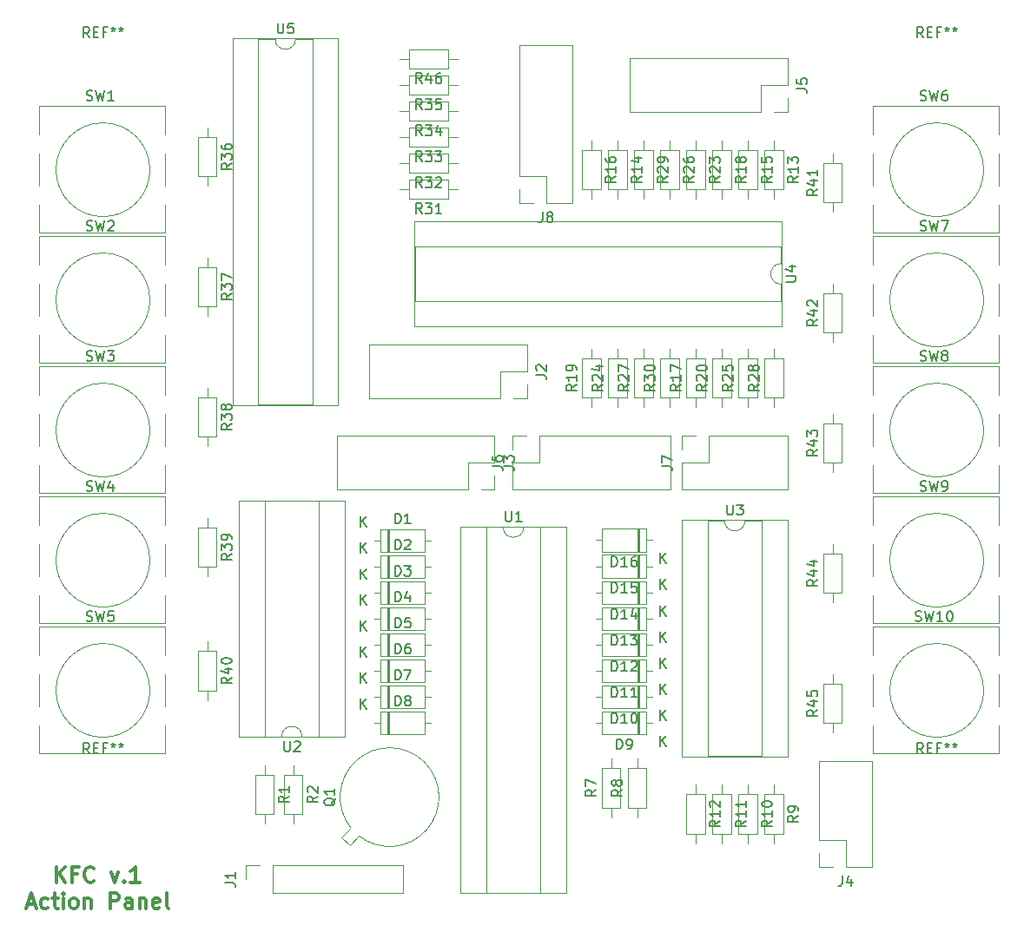
<source format=gbr>
G04 #@! TF.GenerationSoftware,KiCad,Pcbnew,(5.0.1)-4*
G04 #@! TF.CreationDate,2019-02-10T23:48:12-08:00*
G04 #@! TF.ProjectId,ActionPanel,416374696F6E50616E656C2E6B696361,rev?*
G04 #@! TF.SameCoordinates,Original*
G04 #@! TF.FileFunction,Legend,Top*
G04 #@! TF.FilePolarity,Positive*
%FSLAX46Y46*%
G04 Gerber Fmt 4.6, Leading zero omitted, Abs format (unit mm)*
G04 Created by KiCad (PCBNEW (5.0.1)-4) date 2/10/2019 11:48:12 PM*
%MOMM*%
%LPD*%
G01*
G04 APERTURE LIST*
%ADD10C,0.300000*%
%ADD11C,0.120000*%
%ADD12C,0.150000*%
G04 APERTURE END LIST*
D10*
X102680000Y-134023571D02*
X102680000Y-132523571D01*
X103537142Y-134023571D02*
X102894285Y-133166428D01*
X103537142Y-132523571D02*
X102680000Y-133380714D01*
X104680000Y-133237857D02*
X104180000Y-133237857D01*
X104180000Y-134023571D02*
X104180000Y-132523571D01*
X104894285Y-132523571D01*
X106322857Y-133880714D02*
X106251428Y-133952142D01*
X106037142Y-134023571D01*
X105894285Y-134023571D01*
X105680000Y-133952142D01*
X105537142Y-133809285D01*
X105465714Y-133666428D01*
X105394285Y-133380714D01*
X105394285Y-133166428D01*
X105465714Y-132880714D01*
X105537142Y-132737857D01*
X105680000Y-132595000D01*
X105894285Y-132523571D01*
X106037142Y-132523571D01*
X106251428Y-132595000D01*
X106322857Y-132666428D01*
X107965714Y-133023571D02*
X108322857Y-134023571D01*
X108680000Y-133023571D01*
X109251428Y-133880714D02*
X109322857Y-133952142D01*
X109251428Y-134023571D01*
X109180000Y-133952142D01*
X109251428Y-133880714D01*
X109251428Y-134023571D01*
X110751428Y-134023571D02*
X109894285Y-134023571D01*
X110322857Y-134023571D02*
X110322857Y-132523571D01*
X110180000Y-132737857D01*
X110037142Y-132880714D01*
X109894285Y-132952142D01*
X99822857Y-136145000D02*
X100537142Y-136145000D01*
X99680000Y-136573571D02*
X100180000Y-135073571D01*
X100680000Y-136573571D01*
X101822857Y-136502142D02*
X101680000Y-136573571D01*
X101394285Y-136573571D01*
X101251428Y-136502142D01*
X101180000Y-136430714D01*
X101108571Y-136287857D01*
X101108571Y-135859285D01*
X101180000Y-135716428D01*
X101251428Y-135645000D01*
X101394285Y-135573571D01*
X101680000Y-135573571D01*
X101822857Y-135645000D01*
X102251428Y-135573571D02*
X102822857Y-135573571D01*
X102465714Y-135073571D02*
X102465714Y-136359285D01*
X102537142Y-136502142D01*
X102680000Y-136573571D01*
X102822857Y-136573571D01*
X103322857Y-136573571D02*
X103322857Y-135573571D01*
X103322857Y-135073571D02*
X103251428Y-135145000D01*
X103322857Y-135216428D01*
X103394285Y-135145000D01*
X103322857Y-135073571D01*
X103322857Y-135216428D01*
X104251428Y-136573571D02*
X104108571Y-136502142D01*
X104037142Y-136430714D01*
X103965714Y-136287857D01*
X103965714Y-135859285D01*
X104037142Y-135716428D01*
X104108571Y-135645000D01*
X104251428Y-135573571D01*
X104465714Y-135573571D01*
X104608571Y-135645000D01*
X104680000Y-135716428D01*
X104751428Y-135859285D01*
X104751428Y-136287857D01*
X104680000Y-136430714D01*
X104608571Y-136502142D01*
X104465714Y-136573571D01*
X104251428Y-136573571D01*
X105394285Y-135573571D02*
X105394285Y-136573571D01*
X105394285Y-135716428D02*
X105465714Y-135645000D01*
X105608571Y-135573571D01*
X105822857Y-135573571D01*
X105965714Y-135645000D01*
X106037142Y-135787857D01*
X106037142Y-136573571D01*
X107894285Y-136573571D02*
X107894285Y-135073571D01*
X108465714Y-135073571D01*
X108608571Y-135145000D01*
X108680000Y-135216428D01*
X108751428Y-135359285D01*
X108751428Y-135573571D01*
X108680000Y-135716428D01*
X108608571Y-135787857D01*
X108465714Y-135859285D01*
X107894285Y-135859285D01*
X110037142Y-136573571D02*
X110037142Y-135787857D01*
X109965714Y-135645000D01*
X109822857Y-135573571D01*
X109537142Y-135573571D01*
X109394285Y-135645000D01*
X110037142Y-136502142D02*
X109894285Y-136573571D01*
X109537142Y-136573571D01*
X109394285Y-136502142D01*
X109322857Y-136359285D01*
X109322857Y-136216428D01*
X109394285Y-136073571D01*
X109537142Y-136002142D01*
X109894285Y-136002142D01*
X110037142Y-135930714D01*
X110751428Y-135573571D02*
X110751428Y-136573571D01*
X110751428Y-135716428D02*
X110822857Y-135645000D01*
X110965714Y-135573571D01*
X111179999Y-135573571D01*
X111322857Y-135645000D01*
X111394285Y-135787857D01*
X111394285Y-136573571D01*
X112679999Y-136502142D02*
X112537142Y-136573571D01*
X112251428Y-136573571D01*
X112108571Y-136502142D01*
X112037142Y-136359285D01*
X112037142Y-135787857D01*
X112108571Y-135645000D01*
X112251428Y-135573571D01*
X112537142Y-135573571D01*
X112679999Y-135645000D01*
X112751428Y-135787857D01*
X112751428Y-135930714D01*
X112037142Y-136073571D01*
X113608571Y-136573571D02*
X113465714Y-136502142D01*
X113394285Y-136359285D01*
X113394285Y-135073571D01*
D11*
G04 #@! TO.C,U2*
X124603000Y-119821000D02*
G75*
G02X126603000Y-119821000I1000000J0D01*
G01*
X126603000Y-119821000D02*
X128253000Y-119821000D01*
X128253000Y-119821000D02*
X128253000Y-96841000D01*
X128253000Y-96841000D02*
X122953000Y-96841000D01*
X122953000Y-96841000D02*
X122953000Y-119821000D01*
X122953000Y-119821000D02*
X124603000Y-119821000D01*
X130743000Y-119881000D02*
X130743000Y-96781000D01*
X130743000Y-96781000D02*
X120463000Y-96781000D01*
X120463000Y-96781000D02*
X120463000Y-119881000D01*
X120463000Y-119881000D02*
X130743000Y-119881000D01*
G04 #@! TO.C,J1*
X123698000Y-135061000D02*
X123698000Y-132401000D01*
X123698000Y-135061000D02*
X136458000Y-135061000D01*
X136458000Y-135061000D02*
X136458000Y-132401000D01*
X123698000Y-132401000D02*
X136458000Y-132401000D01*
X121098000Y-132401000D02*
X122428000Y-132401000D01*
X121098000Y-133731000D02*
X121098000Y-132401000D01*
G04 #@! TO.C,J2*
X148523000Y-85471000D02*
X148523000Y-86801000D01*
X148523000Y-86801000D02*
X147193000Y-86801000D01*
X148523000Y-84201000D02*
X145923000Y-84201000D01*
X145923000Y-84201000D02*
X145923000Y-86801000D01*
X145923000Y-86801000D02*
X133163000Y-86801000D01*
X133163000Y-81601000D02*
X133163000Y-86801000D01*
X148523000Y-81601000D02*
X133163000Y-81601000D01*
X148523000Y-81601000D02*
X148523000Y-84201000D01*
G04 #@! TO.C,J3*
X145348000Y-90491000D02*
X145348000Y-93091000D01*
X145348000Y-90491000D02*
X129988000Y-90491000D01*
X129988000Y-90491000D02*
X129988000Y-95691000D01*
X142748000Y-95691000D02*
X129988000Y-95691000D01*
X142748000Y-93091000D02*
X142748000Y-95691000D01*
X145348000Y-93091000D02*
X142748000Y-93091000D01*
X145348000Y-95691000D02*
X144018000Y-95691000D01*
X145348000Y-94361000D02*
X145348000Y-95691000D01*
G04 #@! TO.C,J4*
X182178000Y-132521000D02*
X179578000Y-132521000D01*
X182178000Y-132521000D02*
X182178000Y-122241000D01*
X182178000Y-122241000D02*
X176978000Y-122241000D01*
X176978000Y-129921000D02*
X176978000Y-122241000D01*
X179578000Y-129921000D02*
X176978000Y-129921000D01*
X179578000Y-132521000D02*
X179578000Y-129921000D01*
X176978000Y-132521000D02*
X176978000Y-131191000D01*
X178308000Y-132521000D02*
X176978000Y-132521000D01*
G04 #@! TO.C,J5*
X173923000Y-57531000D02*
X173923000Y-58861000D01*
X173923000Y-58861000D02*
X172593000Y-58861000D01*
X173923000Y-56261000D02*
X171323000Y-56261000D01*
X171323000Y-56261000D02*
X171323000Y-58861000D01*
X171323000Y-58861000D02*
X158563000Y-58861000D01*
X158563000Y-53661000D02*
X158563000Y-58861000D01*
X173923000Y-53661000D02*
X158563000Y-53661000D01*
X173923000Y-53661000D02*
X173923000Y-56261000D01*
G04 #@! TO.C,J6*
X147133000Y-95691000D02*
X147133000Y-93091000D01*
X147133000Y-95691000D02*
X162493000Y-95691000D01*
X162493000Y-95691000D02*
X162493000Y-90491000D01*
X149733000Y-90491000D02*
X162493000Y-90491000D01*
X149733000Y-93091000D02*
X149733000Y-90491000D01*
X147133000Y-93091000D02*
X149733000Y-93091000D01*
X147133000Y-90491000D02*
X148463000Y-90491000D01*
X147133000Y-91821000D02*
X147133000Y-90491000D01*
G04 #@! TO.C,J7*
X163643000Y-91821000D02*
X163643000Y-90491000D01*
X163643000Y-90491000D02*
X164973000Y-90491000D01*
X163643000Y-93091000D02*
X166243000Y-93091000D01*
X166243000Y-93091000D02*
X166243000Y-90491000D01*
X166243000Y-90491000D02*
X173923000Y-90491000D01*
X173923000Y-95691000D02*
X173923000Y-90491000D01*
X163643000Y-95691000D02*
X173923000Y-95691000D01*
X163643000Y-95691000D02*
X163643000Y-93091000D01*
G04 #@! TO.C,J8*
X152968000Y-67751000D02*
X150368000Y-67751000D01*
X152968000Y-67751000D02*
X152968000Y-52391000D01*
X152968000Y-52391000D02*
X147768000Y-52391000D01*
X147768000Y-65151000D02*
X147768000Y-52391000D01*
X150368000Y-65151000D02*
X147768000Y-65151000D01*
X150368000Y-67751000D02*
X150368000Y-65151000D01*
X147768000Y-67751000D02*
X147768000Y-66421000D01*
X149098000Y-67751000D02*
X147768000Y-67751000D01*
G04 #@! TO.C,Q1*
X131353098Y-128727084D02*
X130462144Y-129618039D01*
X130462144Y-129618039D02*
X131239961Y-130395856D01*
X131239961Y-130395856D02*
X132130916Y-129504902D01*
X132130629Y-129504674D02*
G75*
G03X131353098Y-128727084I2997371J3774674D01*
G01*
G04 #@! TO.C,R1*
X123856000Y-123556000D02*
X122016000Y-123556000D01*
X122016000Y-123556000D02*
X122016000Y-127396000D01*
X122016000Y-127396000D02*
X123856000Y-127396000D01*
X123856000Y-127396000D02*
X123856000Y-123556000D01*
X122936000Y-122606000D02*
X122936000Y-123556000D01*
X122936000Y-128346000D02*
X122936000Y-127396000D01*
G04 #@! TO.C,R2*
X126650000Y-123556000D02*
X124810000Y-123556000D01*
X124810000Y-123556000D02*
X124810000Y-127396000D01*
X124810000Y-127396000D02*
X126650000Y-127396000D01*
X126650000Y-127396000D02*
X126650000Y-123556000D01*
X125730000Y-122606000D02*
X125730000Y-123556000D01*
X125730000Y-128346000D02*
X125730000Y-127396000D01*
G04 #@! TO.C,R7*
X155798000Y-126761000D02*
X157638000Y-126761000D01*
X157638000Y-126761000D02*
X157638000Y-122921000D01*
X157638000Y-122921000D02*
X155798000Y-122921000D01*
X155798000Y-122921000D02*
X155798000Y-126761000D01*
X156718000Y-127711000D02*
X156718000Y-126761000D01*
X156718000Y-121971000D02*
X156718000Y-122921000D01*
G04 #@! TO.C,R8*
X159258000Y-121971000D02*
X159258000Y-122921000D01*
X159258000Y-127711000D02*
X159258000Y-126761000D01*
X158338000Y-122921000D02*
X158338000Y-126761000D01*
X160178000Y-122921000D02*
X158338000Y-122921000D01*
X160178000Y-126761000D02*
X160178000Y-122921000D01*
X158338000Y-126761000D02*
X160178000Y-126761000D01*
G04 #@! TO.C,R9*
X173513000Y-125461000D02*
X171673000Y-125461000D01*
X171673000Y-125461000D02*
X171673000Y-129301000D01*
X171673000Y-129301000D02*
X173513000Y-129301000D01*
X173513000Y-129301000D02*
X173513000Y-125461000D01*
X172593000Y-124511000D02*
X172593000Y-125461000D01*
X172593000Y-130251000D02*
X172593000Y-129301000D01*
G04 #@! TO.C,R10*
X170053000Y-130251000D02*
X170053000Y-129301000D01*
X170053000Y-124511000D02*
X170053000Y-125461000D01*
X170973000Y-129301000D02*
X170973000Y-125461000D01*
X169133000Y-129301000D02*
X170973000Y-129301000D01*
X169133000Y-125461000D02*
X169133000Y-129301000D01*
X170973000Y-125461000D02*
X169133000Y-125461000D01*
G04 #@! TO.C,R11*
X168433000Y-125461000D02*
X166593000Y-125461000D01*
X166593000Y-125461000D02*
X166593000Y-129301000D01*
X166593000Y-129301000D02*
X168433000Y-129301000D01*
X168433000Y-129301000D02*
X168433000Y-125461000D01*
X167513000Y-124511000D02*
X167513000Y-125461000D01*
X167513000Y-130251000D02*
X167513000Y-129301000D01*
G04 #@! TO.C,R12*
X164973000Y-130251000D02*
X164973000Y-129301000D01*
X164973000Y-124511000D02*
X164973000Y-125461000D01*
X165893000Y-129301000D02*
X165893000Y-125461000D01*
X164053000Y-129301000D02*
X165893000Y-129301000D01*
X164053000Y-125461000D02*
X164053000Y-129301000D01*
X165893000Y-125461000D02*
X164053000Y-125461000D01*
G04 #@! TO.C,R13*
X173513000Y-62596000D02*
X171673000Y-62596000D01*
X171673000Y-62596000D02*
X171673000Y-66436000D01*
X171673000Y-66436000D02*
X173513000Y-66436000D01*
X173513000Y-66436000D02*
X173513000Y-62596000D01*
X172593000Y-61646000D02*
X172593000Y-62596000D01*
X172593000Y-67386000D02*
X172593000Y-66436000D01*
G04 #@! TO.C,R14*
X158273000Y-62596000D02*
X156433000Y-62596000D01*
X156433000Y-62596000D02*
X156433000Y-66436000D01*
X156433000Y-66436000D02*
X158273000Y-66436000D01*
X158273000Y-66436000D02*
X158273000Y-62596000D01*
X157353000Y-61646000D02*
X157353000Y-62596000D01*
X157353000Y-67386000D02*
X157353000Y-66436000D01*
G04 #@! TO.C,R15*
X170053000Y-67386000D02*
X170053000Y-66436000D01*
X170053000Y-61646000D02*
X170053000Y-62596000D01*
X170973000Y-66436000D02*
X170973000Y-62596000D01*
X169133000Y-66436000D02*
X170973000Y-66436000D01*
X169133000Y-62596000D02*
X169133000Y-66436000D01*
X170973000Y-62596000D02*
X169133000Y-62596000D01*
G04 #@! TO.C,R16*
X154813000Y-67386000D02*
X154813000Y-66436000D01*
X154813000Y-61646000D02*
X154813000Y-62596000D01*
X155733000Y-66436000D02*
X155733000Y-62596000D01*
X153893000Y-66436000D02*
X155733000Y-66436000D01*
X153893000Y-62596000D02*
X153893000Y-66436000D01*
X155733000Y-62596000D02*
X153893000Y-62596000D01*
G04 #@! TO.C,R17*
X164053000Y-86756000D02*
X165893000Y-86756000D01*
X165893000Y-86756000D02*
X165893000Y-82916000D01*
X165893000Y-82916000D02*
X164053000Y-82916000D01*
X164053000Y-82916000D02*
X164053000Y-86756000D01*
X164973000Y-87706000D02*
X164973000Y-86756000D01*
X164973000Y-81966000D02*
X164973000Y-82916000D01*
G04 #@! TO.C,R18*
X168433000Y-62596000D02*
X166593000Y-62596000D01*
X166593000Y-62596000D02*
X166593000Y-66436000D01*
X166593000Y-66436000D02*
X168433000Y-66436000D01*
X168433000Y-66436000D02*
X168433000Y-62596000D01*
X167513000Y-61646000D02*
X167513000Y-62596000D01*
X167513000Y-67386000D02*
X167513000Y-66436000D01*
G04 #@! TO.C,R19*
X153893000Y-86756000D02*
X155733000Y-86756000D01*
X155733000Y-86756000D02*
X155733000Y-82916000D01*
X155733000Y-82916000D02*
X153893000Y-82916000D01*
X153893000Y-82916000D02*
X153893000Y-86756000D01*
X154813000Y-87706000D02*
X154813000Y-86756000D01*
X154813000Y-81966000D02*
X154813000Y-82916000D01*
G04 #@! TO.C,R20*
X167513000Y-81966000D02*
X167513000Y-82916000D01*
X167513000Y-87706000D02*
X167513000Y-86756000D01*
X166593000Y-82916000D02*
X166593000Y-86756000D01*
X168433000Y-82916000D02*
X166593000Y-82916000D01*
X168433000Y-86756000D02*
X168433000Y-82916000D01*
X166593000Y-86756000D02*
X168433000Y-86756000D01*
G04 #@! TO.C,R23*
X164973000Y-67386000D02*
X164973000Y-66436000D01*
X164973000Y-61646000D02*
X164973000Y-62596000D01*
X165893000Y-66436000D02*
X165893000Y-62596000D01*
X164053000Y-66436000D02*
X165893000Y-66436000D01*
X164053000Y-62596000D02*
X164053000Y-66436000D01*
X165893000Y-62596000D02*
X164053000Y-62596000D01*
G04 #@! TO.C,R24*
X157353000Y-81966000D02*
X157353000Y-82916000D01*
X157353000Y-87706000D02*
X157353000Y-86756000D01*
X156433000Y-82916000D02*
X156433000Y-86756000D01*
X158273000Y-82916000D02*
X156433000Y-82916000D01*
X158273000Y-86756000D02*
X158273000Y-82916000D01*
X156433000Y-86756000D02*
X158273000Y-86756000D01*
G04 #@! TO.C,R25*
X169133000Y-86756000D02*
X170973000Y-86756000D01*
X170973000Y-86756000D02*
X170973000Y-82916000D01*
X170973000Y-82916000D02*
X169133000Y-82916000D01*
X169133000Y-82916000D02*
X169133000Y-86756000D01*
X170053000Y-87706000D02*
X170053000Y-86756000D01*
X170053000Y-81966000D02*
X170053000Y-82916000D01*
G04 #@! TO.C,R26*
X163353000Y-62596000D02*
X161513000Y-62596000D01*
X161513000Y-62596000D02*
X161513000Y-66436000D01*
X161513000Y-66436000D02*
X163353000Y-66436000D01*
X163353000Y-66436000D02*
X163353000Y-62596000D01*
X162433000Y-61646000D02*
X162433000Y-62596000D01*
X162433000Y-67386000D02*
X162433000Y-66436000D01*
G04 #@! TO.C,R27*
X158973000Y-86756000D02*
X160813000Y-86756000D01*
X160813000Y-86756000D02*
X160813000Y-82916000D01*
X160813000Y-82916000D02*
X158973000Y-82916000D01*
X158973000Y-82916000D02*
X158973000Y-86756000D01*
X159893000Y-87706000D02*
X159893000Y-86756000D01*
X159893000Y-81966000D02*
X159893000Y-82916000D01*
G04 #@! TO.C,R28*
X172593000Y-81966000D02*
X172593000Y-82916000D01*
X172593000Y-87706000D02*
X172593000Y-86756000D01*
X171673000Y-82916000D02*
X171673000Y-86756000D01*
X173513000Y-82916000D02*
X171673000Y-82916000D01*
X173513000Y-86756000D02*
X173513000Y-82916000D01*
X171673000Y-86756000D02*
X173513000Y-86756000D01*
G04 #@! TO.C,R29*
X159893000Y-67386000D02*
X159893000Y-66436000D01*
X159893000Y-61646000D02*
X159893000Y-62596000D01*
X160813000Y-66436000D02*
X160813000Y-62596000D01*
X158973000Y-66436000D02*
X160813000Y-66436000D01*
X158973000Y-62596000D02*
X158973000Y-66436000D01*
X160813000Y-62596000D02*
X158973000Y-62596000D01*
G04 #@! TO.C,R30*
X162433000Y-81966000D02*
X162433000Y-82916000D01*
X162433000Y-87706000D02*
X162433000Y-86756000D01*
X161513000Y-82916000D02*
X161513000Y-86756000D01*
X163353000Y-82916000D02*
X161513000Y-82916000D01*
X163353000Y-86756000D02*
X163353000Y-82916000D01*
X161513000Y-86756000D02*
X163353000Y-86756000D01*
G04 #@! TO.C,R31*
X136068000Y-66421000D02*
X137018000Y-66421000D01*
X141808000Y-66421000D02*
X140858000Y-66421000D01*
X137018000Y-67341000D02*
X140858000Y-67341000D01*
X137018000Y-65501000D02*
X137018000Y-67341000D01*
X140858000Y-65501000D02*
X137018000Y-65501000D01*
X140858000Y-67341000D02*
X140858000Y-65501000D01*
G04 #@! TO.C,R32*
X136068000Y-63881000D02*
X137018000Y-63881000D01*
X141808000Y-63881000D02*
X140858000Y-63881000D01*
X137018000Y-64801000D02*
X140858000Y-64801000D01*
X137018000Y-62961000D02*
X137018000Y-64801000D01*
X140858000Y-62961000D02*
X137018000Y-62961000D01*
X140858000Y-64801000D02*
X140858000Y-62961000D01*
G04 #@! TO.C,R33*
X136068000Y-61341000D02*
X137018000Y-61341000D01*
X141808000Y-61341000D02*
X140858000Y-61341000D01*
X137018000Y-62261000D02*
X140858000Y-62261000D01*
X137018000Y-60421000D02*
X137018000Y-62261000D01*
X140858000Y-60421000D02*
X137018000Y-60421000D01*
X140858000Y-62261000D02*
X140858000Y-60421000D01*
G04 #@! TO.C,R34*
X140858000Y-59721000D02*
X140858000Y-57881000D01*
X140858000Y-57881000D02*
X137018000Y-57881000D01*
X137018000Y-57881000D02*
X137018000Y-59721000D01*
X137018000Y-59721000D02*
X140858000Y-59721000D01*
X141808000Y-58801000D02*
X140858000Y-58801000D01*
X136068000Y-58801000D02*
X137018000Y-58801000D01*
G04 #@! TO.C,R35*
X140858000Y-57181000D02*
X140858000Y-55341000D01*
X140858000Y-55341000D02*
X137018000Y-55341000D01*
X137018000Y-55341000D02*
X137018000Y-57181000D01*
X137018000Y-57181000D02*
X140858000Y-57181000D01*
X141808000Y-56261000D02*
X140858000Y-56261000D01*
X136068000Y-56261000D02*
X137018000Y-56261000D01*
G04 #@! TO.C,R36*
X118268000Y-61326000D02*
X116428000Y-61326000D01*
X116428000Y-61326000D02*
X116428000Y-65166000D01*
X116428000Y-65166000D02*
X118268000Y-65166000D01*
X118268000Y-65166000D02*
X118268000Y-61326000D01*
X117348000Y-60376000D02*
X117348000Y-61326000D01*
X117348000Y-66116000D02*
X117348000Y-65166000D01*
G04 #@! TO.C,R37*
X117348000Y-78816000D02*
X117348000Y-77866000D01*
X117348000Y-73076000D02*
X117348000Y-74026000D01*
X118268000Y-77866000D02*
X118268000Y-74026000D01*
X116428000Y-77866000D02*
X118268000Y-77866000D01*
X116428000Y-74026000D02*
X116428000Y-77866000D01*
X118268000Y-74026000D02*
X116428000Y-74026000D01*
G04 #@! TO.C,R38*
X118268000Y-86726000D02*
X116428000Y-86726000D01*
X116428000Y-86726000D02*
X116428000Y-90566000D01*
X116428000Y-90566000D02*
X118268000Y-90566000D01*
X118268000Y-90566000D02*
X118268000Y-86726000D01*
X117348000Y-85776000D02*
X117348000Y-86726000D01*
X117348000Y-91516000D02*
X117348000Y-90566000D01*
G04 #@! TO.C,R39*
X117348000Y-104216000D02*
X117348000Y-103266000D01*
X117348000Y-98476000D02*
X117348000Y-99426000D01*
X118268000Y-103266000D02*
X118268000Y-99426000D01*
X116428000Y-103266000D02*
X118268000Y-103266000D01*
X116428000Y-99426000D02*
X116428000Y-103266000D01*
X118268000Y-99426000D02*
X116428000Y-99426000D01*
G04 #@! TO.C,R40*
X118268000Y-111491000D02*
X116428000Y-111491000D01*
X116428000Y-111491000D02*
X116428000Y-115331000D01*
X116428000Y-115331000D02*
X118268000Y-115331000D01*
X118268000Y-115331000D02*
X118268000Y-111491000D01*
X117348000Y-110541000D02*
X117348000Y-111491000D01*
X117348000Y-116281000D02*
X117348000Y-115331000D01*
G04 #@! TO.C,R41*
X178308000Y-62916000D02*
X178308000Y-63866000D01*
X178308000Y-68656000D02*
X178308000Y-67706000D01*
X177388000Y-63866000D02*
X177388000Y-67706000D01*
X179228000Y-63866000D02*
X177388000Y-63866000D01*
X179228000Y-67706000D02*
X179228000Y-63866000D01*
X177388000Y-67706000D02*
X179228000Y-67706000D01*
G04 #@! TO.C,R42*
X177388000Y-80406000D02*
X179228000Y-80406000D01*
X179228000Y-80406000D02*
X179228000Y-76566000D01*
X179228000Y-76566000D02*
X177388000Y-76566000D01*
X177388000Y-76566000D02*
X177388000Y-80406000D01*
X178308000Y-81356000D02*
X178308000Y-80406000D01*
X178308000Y-75616000D02*
X178308000Y-76566000D01*
G04 #@! TO.C,R43*
X178308000Y-88316000D02*
X178308000Y-89266000D01*
X178308000Y-94056000D02*
X178308000Y-93106000D01*
X177388000Y-89266000D02*
X177388000Y-93106000D01*
X179228000Y-89266000D02*
X177388000Y-89266000D01*
X179228000Y-93106000D02*
X179228000Y-89266000D01*
X177388000Y-93106000D02*
X179228000Y-93106000D01*
G04 #@! TO.C,R44*
X177388000Y-105806000D02*
X179228000Y-105806000D01*
X179228000Y-105806000D02*
X179228000Y-101966000D01*
X179228000Y-101966000D02*
X177388000Y-101966000D01*
X177388000Y-101966000D02*
X177388000Y-105806000D01*
X178308000Y-106756000D02*
X178308000Y-105806000D01*
X178308000Y-101016000D02*
X178308000Y-101966000D01*
G04 #@! TO.C,R45*
X178308000Y-113716000D02*
X178308000Y-114666000D01*
X178308000Y-119456000D02*
X178308000Y-118506000D01*
X177388000Y-114666000D02*
X177388000Y-118506000D01*
X179228000Y-114666000D02*
X177388000Y-114666000D01*
X179228000Y-118506000D02*
X179228000Y-114666000D01*
X177388000Y-118506000D02*
X179228000Y-118506000D01*
G04 #@! TO.C,R46*
X136068000Y-53721000D02*
X137018000Y-53721000D01*
X141808000Y-53721000D02*
X140858000Y-53721000D01*
X137018000Y-54641000D02*
X140858000Y-54641000D01*
X137018000Y-52801000D02*
X137018000Y-54641000D01*
X140858000Y-52801000D02*
X137018000Y-52801000D01*
X140858000Y-54641000D02*
X140858000Y-52801000D01*
G04 #@! TO.C,SW1*
X100938000Y-58326000D02*
X113238000Y-58326000D01*
X113238000Y-62906000D02*
X113238000Y-66046000D01*
X113238000Y-70626000D02*
X100938000Y-70626000D01*
X100938000Y-61046000D02*
X100938000Y-58326000D01*
X111767050Y-64516000D02*
G75*
G03X111767050Y-64516000I-4579050J0D01*
G01*
X100938000Y-70626000D02*
X100938000Y-67906000D01*
X100938000Y-66046000D02*
X100938000Y-62906000D01*
X113238000Y-67906000D02*
X113238000Y-70626000D01*
X113238000Y-58326000D02*
X113238000Y-61046000D01*
G04 #@! TO.C,SW2*
X100938000Y-71026000D02*
X113238000Y-71026000D01*
X113238000Y-75606000D02*
X113238000Y-78746000D01*
X113238000Y-83326000D02*
X100938000Y-83326000D01*
X100938000Y-73746000D02*
X100938000Y-71026000D01*
X111767050Y-77216000D02*
G75*
G03X111767050Y-77216000I-4579050J0D01*
G01*
X100938000Y-83326000D02*
X100938000Y-80606000D01*
X100938000Y-78746000D02*
X100938000Y-75606000D01*
X113238000Y-80606000D02*
X113238000Y-83326000D01*
X113238000Y-71026000D02*
X113238000Y-73746000D01*
G04 #@! TO.C,SW3*
X100938000Y-83726000D02*
X113238000Y-83726000D01*
X113238000Y-88306000D02*
X113238000Y-91446000D01*
X113238000Y-96026000D02*
X100938000Y-96026000D01*
X100938000Y-86446000D02*
X100938000Y-83726000D01*
X111767050Y-89916000D02*
G75*
G03X111767050Y-89916000I-4579050J0D01*
G01*
X100938000Y-96026000D02*
X100938000Y-93306000D01*
X100938000Y-91446000D02*
X100938000Y-88306000D01*
X113238000Y-93306000D02*
X113238000Y-96026000D01*
X113238000Y-83726000D02*
X113238000Y-86446000D01*
G04 #@! TO.C,SW4*
X100938000Y-96426000D02*
X113238000Y-96426000D01*
X113238000Y-101006000D02*
X113238000Y-104146000D01*
X113238000Y-108726000D02*
X100938000Y-108726000D01*
X100938000Y-99146000D02*
X100938000Y-96426000D01*
X111767050Y-102616000D02*
G75*
G03X111767050Y-102616000I-4579050J0D01*
G01*
X100938000Y-108726000D02*
X100938000Y-106006000D01*
X100938000Y-104146000D02*
X100938000Y-101006000D01*
X113238000Y-106006000D02*
X113238000Y-108726000D01*
X113238000Y-96426000D02*
X113238000Y-99146000D01*
G04 #@! TO.C,SW5*
X113238000Y-109126000D02*
X113238000Y-111846000D01*
X113238000Y-118706000D02*
X113238000Y-121426000D01*
X100938000Y-116846000D02*
X100938000Y-113706000D01*
X100938000Y-121426000D02*
X100938000Y-118706000D01*
X111767050Y-115316000D02*
G75*
G03X111767050Y-115316000I-4579050J0D01*
G01*
X100938000Y-111846000D02*
X100938000Y-109126000D01*
X113238000Y-121426000D02*
X100938000Y-121426000D01*
X113238000Y-113706000D02*
X113238000Y-116846000D01*
X100938000Y-109126000D02*
X113238000Y-109126000D01*
G04 #@! TO.C,SW6*
X194518000Y-58326000D02*
X194518000Y-61046000D01*
X194518000Y-67906000D02*
X194518000Y-70626000D01*
X182218000Y-66046000D02*
X182218000Y-62906000D01*
X182218000Y-70626000D02*
X182218000Y-67906000D01*
X193047050Y-64516000D02*
G75*
G03X193047050Y-64516000I-4579050J0D01*
G01*
X182218000Y-61046000D02*
X182218000Y-58326000D01*
X194518000Y-70626000D02*
X182218000Y-70626000D01*
X194518000Y-62906000D02*
X194518000Y-66046000D01*
X182218000Y-58326000D02*
X194518000Y-58326000D01*
G04 #@! TO.C,SW7*
X182218000Y-71026000D02*
X194518000Y-71026000D01*
X194518000Y-75606000D02*
X194518000Y-78746000D01*
X194518000Y-83326000D02*
X182218000Y-83326000D01*
X182218000Y-73746000D02*
X182218000Y-71026000D01*
X193047050Y-77216000D02*
G75*
G03X193047050Y-77216000I-4579050J0D01*
G01*
X182218000Y-83326000D02*
X182218000Y-80606000D01*
X182218000Y-78746000D02*
X182218000Y-75606000D01*
X194518000Y-80606000D02*
X194518000Y-83326000D01*
X194518000Y-71026000D02*
X194518000Y-73746000D01*
G04 #@! TO.C,SW8*
X194518000Y-83726000D02*
X194518000Y-86446000D01*
X194518000Y-93306000D02*
X194518000Y-96026000D01*
X182218000Y-91446000D02*
X182218000Y-88306000D01*
X182218000Y-96026000D02*
X182218000Y-93306000D01*
X193047050Y-89916000D02*
G75*
G03X193047050Y-89916000I-4579050J0D01*
G01*
X182218000Y-86446000D02*
X182218000Y-83726000D01*
X194518000Y-96026000D02*
X182218000Y-96026000D01*
X194518000Y-88306000D02*
X194518000Y-91446000D01*
X182218000Y-83726000D02*
X194518000Y-83726000D01*
G04 #@! TO.C,SW9*
X194518000Y-96426000D02*
X194518000Y-99146000D01*
X194518000Y-106006000D02*
X194518000Y-108726000D01*
X182218000Y-104146000D02*
X182218000Y-101006000D01*
X182218000Y-108726000D02*
X182218000Y-106006000D01*
X193047050Y-102616000D02*
G75*
G03X193047050Y-102616000I-4579050J0D01*
G01*
X182218000Y-99146000D02*
X182218000Y-96426000D01*
X194518000Y-108726000D02*
X182218000Y-108726000D01*
X194518000Y-101006000D02*
X194518000Y-104146000D01*
X182218000Y-96426000D02*
X194518000Y-96426000D01*
G04 #@! TO.C,SW10*
X194518000Y-109126000D02*
X194518000Y-111846000D01*
X194518000Y-118706000D02*
X194518000Y-121426000D01*
X182218000Y-116846000D02*
X182218000Y-113706000D01*
X182218000Y-121426000D02*
X182218000Y-118706000D01*
X193047050Y-115316000D02*
G75*
G03X193047050Y-115316000I-4579050J0D01*
G01*
X182218000Y-111846000D02*
X182218000Y-109126000D01*
X194518000Y-121426000D02*
X182218000Y-121426000D01*
X194518000Y-113706000D02*
X194518000Y-116846000D01*
X182218000Y-109126000D02*
X194518000Y-109126000D01*
G04 #@! TO.C,D1*
X134878000Y-99591000D02*
X134878000Y-101831000D01*
X135118000Y-99591000D02*
X135118000Y-101831000D01*
X134998000Y-99591000D02*
X134998000Y-101831000D01*
X139168000Y-100711000D02*
X138518000Y-100711000D01*
X133628000Y-100711000D02*
X134278000Y-100711000D01*
X138518000Y-99591000D02*
X134278000Y-99591000D01*
X138518000Y-101831000D02*
X138518000Y-99591000D01*
X134278000Y-101831000D02*
X138518000Y-101831000D01*
X134278000Y-99591000D02*
X134278000Y-101831000D01*
G04 #@! TO.C,D2*
X134278000Y-102131000D02*
X134278000Y-104371000D01*
X134278000Y-104371000D02*
X138518000Y-104371000D01*
X138518000Y-104371000D02*
X138518000Y-102131000D01*
X138518000Y-102131000D02*
X134278000Y-102131000D01*
X133628000Y-103251000D02*
X134278000Y-103251000D01*
X139168000Y-103251000D02*
X138518000Y-103251000D01*
X134998000Y-102131000D02*
X134998000Y-104371000D01*
X135118000Y-102131000D02*
X135118000Y-104371000D01*
X134878000Y-102131000D02*
X134878000Y-104371000D01*
G04 #@! TO.C,D3*
X134878000Y-104686001D02*
X134878000Y-106926001D01*
X135118000Y-104686001D02*
X135118000Y-106926001D01*
X134998000Y-104686001D02*
X134998000Y-106926001D01*
X139168000Y-105806001D02*
X138518000Y-105806001D01*
X133628000Y-105806001D02*
X134278000Y-105806001D01*
X138518000Y-104686001D02*
X134278000Y-104686001D01*
X138518000Y-106926001D02*
X138518000Y-104686001D01*
X134278000Y-106926001D02*
X138518000Y-106926001D01*
X134278000Y-104686001D02*
X134278000Y-106926001D01*
G04 #@! TO.C,D4*
X134278000Y-107211000D02*
X134278000Y-109451000D01*
X134278000Y-109451000D02*
X138518000Y-109451000D01*
X138518000Y-109451000D02*
X138518000Y-107211000D01*
X138518000Y-107211000D02*
X134278000Y-107211000D01*
X133628000Y-108331000D02*
X134278000Y-108331000D01*
X139168000Y-108331000D02*
X138518000Y-108331000D01*
X134998000Y-107211000D02*
X134998000Y-109451000D01*
X135118000Y-107211000D02*
X135118000Y-109451000D01*
X134878000Y-107211000D02*
X134878000Y-109451000D01*
G04 #@! TO.C,D5*
X134878000Y-109751000D02*
X134878000Y-111991000D01*
X135118000Y-109751000D02*
X135118000Y-111991000D01*
X134998000Y-109751000D02*
X134998000Y-111991000D01*
X139168000Y-110871000D02*
X138518000Y-110871000D01*
X133628000Y-110871000D02*
X134278000Y-110871000D01*
X138518000Y-109751000D02*
X134278000Y-109751000D01*
X138518000Y-111991000D02*
X138518000Y-109751000D01*
X134278000Y-111991000D02*
X138518000Y-111991000D01*
X134278000Y-109751000D02*
X134278000Y-111991000D01*
G04 #@! TO.C,D6*
X134278000Y-112291000D02*
X134278000Y-114531000D01*
X134278000Y-114531000D02*
X138518000Y-114531000D01*
X138518000Y-114531000D02*
X138518000Y-112291000D01*
X138518000Y-112291000D02*
X134278000Y-112291000D01*
X133628000Y-113411000D02*
X134278000Y-113411000D01*
X139168000Y-113411000D02*
X138518000Y-113411000D01*
X134998000Y-112291000D02*
X134998000Y-114531000D01*
X135118000Y-112291000D02*
X135118000Y-114531000D01*
X134878000Y-112291000D02*
X134878000Y-114531000D01*
G04 #@! TO.C,D7*
X134878000Y-114831000D02*
X134878000Y-117071000D01*
X135118000Y-114831000D02*
X135118000Y-117071000D01*
X134998000Y-114831000D02*
X134998000Y-117071000D01*
X139168000Y-115951000D02*
X138518000Y-115951000D01*
X133628000Y-115951000D02*
X134278000Y-115951000D01*
X138518000Y-114831000D02*
X134278000Y-114831000D01*
X138518000Y-117071000D02*
X138518000Y-114831000D01*
X134278000Y-117071000D02*
X138518000Y-117071000D01*
X134278000Y-114831000D02*
X134278000Y-117071000D01*
G04 #@! TO.C,D8*
X134278000Y-117371000D02*
X134278000Y-119611000D01*
X134278000Y-119611000D02*
X138518000Y-119611000D01*
X138518000Y-119611000D02*
X138518000Y-117371000D01*
X138518000Y-117371000D02*
X134278000Y-117371000D01*
X133628000Y-118491000D02*
X134278000Y-118491000D01*
X139168000Y-118491000D02*
X138518000Y-118491000D01*
X134998000Y-117371000D02*
X134998000Y-119611000D01*
X135118000Y-117371000D02*
X135118000Y-119611000D01*
X134878000Y-117371000D02*
X134878000Y-119611000D01*
G04 #@! TO.C,D9*
X160108000Y-119611000D02*
X160108000Y-117371000D01*
X160108000Y-117371000D02*
X155868000Y-117371000D01*
X155868000Y-117371000D02*
X155868000Y-119611000D01*
X155868000Y-119611000D02*
X160108000Y-119611000D01*
X160758000Y-118491000D02*
X160108000Y-118491000D01*
X155218000Y-118491000D02*
X155868000Y-118491000D01*
X159388000Y-119611000D02*
X159388000Y-117371000D01*
X159268000Y-119611000D02*
X159268000Y-117371000D01*
X159508000Y-119611000D02*
X159508000Y-117371000D01*
G04 #@! TO.C,D10*
X159508000Y-117071000D02*
X159508000Y-114831000D01*
X159268000Y-117071000D02*
X159268000Y-114831000D01*
X159388000Y-117071000D02*
X159388000Y-114831000D01*
X155218000Y-115951000D02*
X155868000Y-115951000D01*
X160758000Y-115951000D02*
X160108000Y-115951000D01*
X155868000Y-117071000D02*
X160108000Y-117071000D01*
X155868000Y-114831000D02*
X155868000Y-117071000D01*
X160108000Y-114831000D02*
X155868000Y-114831000D01*
X160108000Y-117071000D02*
X160108000Y-114831000D01*
G04 #@! TO.C,D11*
X160108000Y-114531000D02*
X160108000Y-112291000D01*
X160108000Y-112291000D02*
X155868000Y-112291000D01*
X155868000Y-112291000D02*
X155868000Y-114531000D01*
X155868000Y-114531000D02*
X160108000Y-114531000D01*
X160758000Y-113411000D02*
X160108000Y-113411000D01*
X155218000Y-113411000D02*
X155868000Y-113411000D01*
X159388000Y-114531000D02*
X159388000Y-112291000D01*
X159268000Y-114531000D02*
X159268000Y-112291000D01*
X159508000Y-114531000D02*
X159508000Y-112291000D01*
G04 #@! TO.C,D12*
X159508000Y-111991000D02*
X159508000Y-109751000D01*
X159268000Y-111991000D02*
X159268000Y-109751000D01*
X159388000Y-111991000D02*
X159388000Y-109751000D01*
X155218000Y-110871000D02*
X155868000Y-110871000D01*
X160758000Y-110871000D02*
X160108000Y-110871000D01*
X155868000Y-111991000D02*
X160108000Y-111991000D01*
X155868000Y-109751000D02*
X155868000Y-111991000D01*
X160108000Y-109751000D02*
X155868000Y-109751000D01*
X160108000Y-111991000D02*
X160108000Y-109751000D01*
G04 #@! TO.C,D13*
X160108000Y-109451000D02*
X160108000Y-107211000D01*
X160108000Y-107211000D02*
X155868000Y-107211000D01*
X155868000Y-107211000D02*
X155868000Y-109451000D01*
X155868000Y-109451000D02*
X160108000Y-109451000D01*
X160758000Y-108331000D02*
X160108000Y-108331000D01*
X155218000Y-108331000D02*
X155868000Y-108331000D01*
X159388000Y-109451000D02*
X159388000Y-107211000D01*
X159268000Y-109451000D02*
X159268000Y-107211000D01*
X159508000Y-109451000D02*
X159508000Y-107211000D01*
G04 #@! TO.C,D14*
X159508000Y-106911000D02*
X159508000Y-104671000D01*
X159268000Y-106911000D02*
X159268000Y-104671000D01*
X159388000Y-106911000D02*
X159388000Y-104671000D01*
X155218000Y-105791000D02*
X155868000Y-105791000D01*
X160758000Y-105791000D02*
X160108000Y-105791000D01*
X155868000Y-106911000D02*
X160108000Y-106911000D01*
X155868000Y-104671000D02*
X155868000Y-106911000D01*
X160108000Y-104671000D02*
X155868000Y-104671000D01*
X160108000Y-106911000D02*
X160108000Y-104671000D01*
G04 #@! TO.C,D15*
X160102999Y-104325999D02*
X160102999Y-102085999D01*
X160102999Y-102085999D02*
X155862999Y-102085999D01*
X155862999Y-102085999D02*
X155862999Y-104325999D01*
X155862999Y-104325999D02*
X160102999Y-104325999D01*
X160752999Y-103205999D02*
X160102999Y-103205999D01*
X155212999Y-103205999D02*
X155862999Y-103205999D01*
X159382999Y-104325999D02*
X159382999Y-102085999D01*
X159262999Y-104325999D02*
X159262999Y-102085999D01*
X159502999Y-104325999D02*
X159502999Y-102085999D01*
G04 #@! TO.C,D16*
X159502999Y-101775999D02*
X159502999Y-99535999D01*
X159262999Y-101775999D02*
X159262999Y-99535999D01*
X159382999Y-101775999D02*
X159382999Y-99535999D01*
X155212999Y-100655999D02*
X155862999Y-100655999D01*
X160752999Y-100655999D02*
X160102999Y-100655999D01*
X155862999Y-101775999D02*
X160102999Y-101775999D01*
X155862999Y-99535999D02*
X155862999Y-101775999D01*
X160102999Y-99535999D02*
X155862999Y-99535999D01*
X160102999Y-101775999D02*
X160102999Y-99535999D01*
G04 #@! TO.C,U1*
X148193000Y-99381000D02*
G75*
G02X146193000Y-99381000I-1000000J0D01*
G01*
X146193000Y-99381000D02*
X144543000Y-99381000D01*
X144543000Y-99381000D02*
X144543000Y-135061000D01*
X144543000Y-135061000D02*
X149843000Y-135061000D01*
X149843000Y-135061000D02*
X149843000Y-99381000D01*
X149843000Y-99381000D02*
X148193000Y-99381000D01*
X142053000Y-99321000D02*
X142053000Y-135121000D01*
X142053000Y-135121000D02*
X152333000Y-135121000D01*
X152333000Y-135121000D02*
X152333000Y-99321000D01*
X152333000Y-99321000D02*
X142053000Y-99321000D01*
G04 #@! TO.C,U3*
X169783000Y-98746000D02*
G75*
G02X167783000Y-98746000I-1000000J0D01*
G01*
X167783000Y-98746000D02*
X166133000Y-98746000D01*
X166133000Y-98746000D02*
X166133000Y-121726000D01*
X166133000Y-121726000D02*
X171433000Y-121726000D01*
X171433000Y-121726000D02*
X171433000Y-98746000D01*
X171433000Y-98746000D02*
X169783000Y-98746000D01*
X163643000Y-98686000D02*
X163643000Y-121786000D01*
X163643000Y-121786000D02*
X173923000Y-121786000D01*
X173923000Y-121786000D02*
X173923000Y-98686000D01*
X173923000Y-98686000D02*
X163643000Y-98686000D01*
G04 #@! TO.C,U4*
X173288000Y-75676000D02*
G75*
G02X173288000Y-73676000I0J1000000D01*
G01*
X173288000Y-73676000D02*
X173288000Y-72026000D01*
X173288000Y-72026000D02*
X137608000Y-72026000D01*
X137608000Y-72026000D02*
X137608000Y-77326000D01*
X137608000Y-77326000D02*
X173288000Y-77326000D01*
X173288000Y-77326000D02*
X173288000Y-75676000D01*
X173348000Y-69536000D02*
X137548000Y-69536000D01*
X137548000Y-69536000D02*
X137548000Y-79816000D01*
X137548000Y-79816000D02*
X173348000Y-79816000D01*
X173348000Y-79816000D02*
X173348000Y-69536000D01*
G04 #@! TO.C,U5*
X130108000Y-51696000D02*
X119828000Y-51696000D01*
X130108000Y-87496000D02*
X130108000Y-51696000D01*
X119828000Y-87496000D02*
X130108000Y-87496000D01*
X119828000Y-51696000D02*
X119828000Y-87496000D01*
X127618000Y-51756000D02*
X125968000Y-51756000D01*
X127618000Y-87436000D02*
X127618000Y-51756000D01*
X122318000Y-87436000D02*
X127618000Y-87436000D01*
X122318000Y-51756000D02*
X122318000Y-87436000D01*
X123968000Y-51756000D02*
X122318000Y-51756000D01*
X125968000Y-51756000D02*
G75*
G02X123968000Y-51756000I-1000000J0D01*
G01*
G04 #@! TO.C,U2*
D12*
X124841095Y-120273380D02*
X124841095Y-121082904D01*
X124888714Y-121178142D01*
X124936333Y-121225761D01*
X125031571Y-121273380D01*
X125222047Y-121273380D01*
X125317285Y-121225761D01*
X125364904Y-121178142D01*
X125412523Y-121082904D01*
X125412523Y-120273380D01*
X125841095Y-120368619D02*
X125888714Y-120321000D01*
X125983952Y-120273380D01*
X126222047Y-120273380D01*
X126317285Y-120321000D01*
X126364904Y-120368619D01*
X126412523Y-120463857D01*
X126412523Y-120559095D01*
X126364904Y-120701952D01*
X125793476Y-121273380D01*
X126412523Y-121273380D01*
G04 #@! TO.C,REF\002A\002A*
X187134666Y-121458380D02*
X186801333Y-120982190D01*
X186563238Y-121458380D02*
X186563238Y-120458380D01*
X186944190Y-120458380D01*
X187039428Y-120506000D01*
X187087047Y-120553619D01*
X187134666Y-120648857D01*
X187134666Y-120791714D01*
X187087047Y-120886952D01*
X187039428Y-120934571D01*
X186944190Y-120982190D01*
X186563238Y-120982190D01*
X187563238Y-120934571D02*
X187896571Y-120934571D01*
X188039428Y-121458380D02*
X187563238Y-121458380D01*
X187563238Y-120458380D01*
X188039428Y-120458380D01*
X188801333Y-120934571D02*
X188468000Y-120934571D01*
X188468000Y-121458380D02*
X188468000Y-120458380D01*
X188944190Y-120458380D01*
X189468000Y-120458380D02*
X189468000Y-120696476D01*
X189229904Y-120601238D02*
X189468000Y-120696476D01*
X189706095Y-120601238D01*
X189325142Y-120886952D02*
X189468000Y-120696476D01*
X189610857Y-120886952D01*
X190229904Y-120458380D02*
X190229904Y-120696476D01*
X189991809Y-120601238D02*
X190229904Y-120696476D01*
X190468000Y-120601238D01*
X190087047Y-120886952D02*
X190229904Y-120696476D01*
X190372761Y-120886952D01*
X105854666Y-121458380D02*
X105521333Y-120982190D01*
X105283238Y-121458380D02*
X105283238Y-120458380D01*
X105664190Y-120458380D01*
X105759428Y-120506000D01*
X105807047Y-120553619D01*
X105854666Y-120648857D01*
X105854666Y-120791714D01*
X105807047Y-120886952D01*
X105759428Y-120934571D01*
X105664190Y-120982190D01*
X105283238Y-120982190D01*
X106283238Y-120934571D02*
X106616571Y-120934571D01*
X106759428Y-121458380D02*
X106283238Y-121458380D01*
X106283238Y-120458380D01*
X106759428Y-120458380D01*
X107521333Y-120934571D02*
X107188000Y-120934571D01*
X107188000Y-121458380D02*
X107188000Y-120458380D01*
X107664190Y-120458380D01*
X108188000Y-120458380D02*
X108188000Y-120696476D01*
X107949904Y-120601238D02*
X108188000Y-120696476D01*
X108426095Y-120601238D01*
X108045142Y-120886952D02*
X108188000Y-120696476D01*
X108330857Y-120886952D01*
X108949904Y-120458380D02*
X108949904Y-120696476D01*
X108711809Y-120601238D02*
X108949904Y-120696476D01*
X109188000Y-120601238D01*
X108807047Y-120886952D02*
X108949904Y-120696476D01*
X109092761Y-120886952D01*
X187134666Y-51608380D02*
X186801333Y-51132190D01*
X186563238Y-51608380D02*
X186563238Y-50608380D01*
X186944190Y-50608380D01*
X187039428Y-50656000D01*
X187087047Y-50703619D01*
X187134666Y-50798857D01*
X187134666Y-50941714D01*
X187087047Y-51036952D01*
X187039428Y-51084571D01*
X186944190Y-51132190D01*
X186563238Y-51132190D01*
X187563238Y-51084571D02*
X187896571Y-51084571D01*
X188039428Y-51608380D02*
X187563238Y-51608380D01*
X187563238Y-50608380D01*
X188039428Y-50608380D01*
X188801333Y-51084571D02*
X188468000Y-51084571D01*
X188468000Y-51608380D02*
X188468000Y-50608380D01*
X188944190Y-50608380D01*
X189468000Y-50608380D02*
X189468000Y-50846476D01*
X189229904Y-50751238D02*
X189468000Y-50846476D01*
X189706095Y-50751238D01*
X189325142Y-51036952D02*
X189468000Y-50846476D01*
X189610857Y-51036952D01*
X190229904Y-50608380D02*
X190229904Y-50846476D01*
X189991809Y-50751238D02*
X190229904Y-50846476D01*
X190468000Y-50751238D01*
X190087047Y-51036952D02*
X190229904Y-50846476D01*
X190372761Y-51036952D01*
G04 #@! TO.C,J1*
X119110380Y-134064333D02*
X119824666Y-134064333D01*
X119967523Y-134111952D01*
X120062761Y-134207190D01*
X120110380Y-134350047D01*
X120110380Y-134445285D01*
X120110380Y-133064333D02*
X120110380Y-133635761D01*
X120110380Y-133350047D02*
X119110380Y-133350047D01*
X119253238Y-133445285D01*
X119348476Y-133540523D01*
X119396095Y-133635761D01*
G04 #@! TO.C,J2*
X149415380Y-84534333D02*
X150129666Y-84534333D01*
X150272523Y-84581952D01*
X150367761Y-84677190D01*
X150415380Y-84820047D01*
X150415380Y-84915285D01*
X149510619Y-84105761D02*
X149463000Y-84058142D01*
X149415380Y-83962904D01*
X149415380Y-83724809D01*
X149463000Y-83629571D01*
X149510619Y-83581952D01*
X149605857Y-83534333D01*
X149701095Y-83534333D01*
X149843952Y-83581952D01*
X150415380Y-84153380D01*
X150415380Y-83534333D01*
G04 #@! TO.C,J3*
X146240380Y-93424333D02*
X146954666Y-93424333D01*
X147097523Y-93471952D01*
X147192761Y-93567190D01*
X147240380Y-93710047D01*
X147240380Y-93805285D01*
X146240380Y-93043380D02*
X146240380Y-92424333D01*
X146621333Y-92757666D01*
X146621333Y-92614809D01*
X146668952Y-92519571D01*
X146716571Y-92471952D01*
X146811809Y-92424333D01*
X147049904Y-92424333D01*
X147145142Y-92471952D01*
X147192761Y-92519571D01*
X147240380Y-92614809D01*
X147240380Y-92900523D01*
X147192761Y-92995761D01*
X147145142Y-93043380D01*
G04 #@! TO.C,J4*
X179244666Y-133413380D02*
X179244666Y-134127666D01*
X179197047Y-134270523D01*
X179101809Y-134365761D01*
X178958952Y-134413380D01*
X178863714Y-134413380D01*
X180149428Y-133746714D02*
X180149428Y-134413380D01*
X179911333Y-133365761D02*
X179673238Y-134080047D01*
X180292285Y-134080047D01*
G04 #@! TO.C,J5*
X174815380Y-56594333D02*
X175529666Y-56594333D01*
X175672523Y-56641952D01*
X175767761Y-56737190D01*
X175815380Y-56880047D01*
X175815380Y-56975285D01*
X174815380Y-55641952D02*
X174815380Y-56118142D01*
X175291571Y-56165761D01*
X175243952Y-56118142D01*
X175196333Y-56022904D01*
X175196333Y-55784809D01*
X175243952Y-55689571D01*
X175291571Y-55641952D01*
X175386809Y-55594333D01*
X175624904Y-55594333D01*
X175720142Y-55641952D01*
X175767761Y-55689571D01*
X175815380Y-55784809D01*
X175815380Y-56022904D01*
X175767761Y-56118142D01*
X175720142Y-56165761D01*
G04 #@! TO.C,J6*
X145145380Y-93424333D02*
X145859666Y-93424333D01*
X146002523Y-93471952D01*
X146097761Y-93567190D01*
X146145380Y-93710047D01*
X146145380Y-93805285D01*
X145145380Y-92519571D02*
X145145380Y-92710047D01*
X145193000Y-92805285D01*
X145240619Y-92852904D01*
X145383476Y-92948142D01*
X145573952Y-92995761D01*
X145954904Y-92995761D01*
X146050142Y-92948142D01*
X146097761Y-92900523D01*
X146145380Y-92805285D01*
X146145380Y-92614809D01*
X146097761Y-92519571D01*
X146050142Y-92471952D01*
X145954904Y-92424333D01*
X145716809Y-92424333D01*
X145621571Y-92471952D01*
X145573952Y-92519571D01*
X145526333Y-92614809D01*
X145526333Y-92805285D01*
X145573952Y-92900523D01*
X145621571Y-92948142D01*
X145716809Y-92995761D01*
G04 #@! TO.C,J7*
X161655380Y-93424333D02*
X162369666Y-93424333D01*
X162512523Y-93471952D01*
X162607761Y-93567190D01*
X162655380Y-93710047D01*
X162655380Y-93805285D01*
X161655380Y-93043380D02*
X161655380Y-92376714D01*
X162655380Y-92805285D01*
G04 #@! TO.C,J8*
X150034666Y-68643380D02*
X150034666Y-69357666D01*
X149987047Y-69500523D01*
X149891809Y-69595761D01*
X149748952Y-69643380D01*
X149653714Y-69643380D01*
X150653714Y-69071952D02*
X150558476Y-69024333D01*
X150510857Y-68976714D01*
X150463238Y-68881476D01*
X150463238Y-68833857D01*
X150510857Y-68738619D01*
X150558476Y-68691000D01*
X150653714Y-68643380D01*
X150844190Y-68643380D01*
X150939428Y-68691000D01*
X150987047Y-68738619D01*
X151034666Y-68833857D01*
X151034666Y-68881476D01*
X150987047Y-68976714D01*
X150939428Y-69024333D01*
X150844190Y-69071952D01*
X150653714Y-69071952D01*
X150558476Y-69119571D01*
X150510857Y-69167190D01*
X150463238Y-69262428D01*
X150463238Y-69452904D01*
X150510857Y-69548142D01*
X150558476Y-69595761D01*
X150653714Y-69643380D01*
X150844190Y-69643380D01*
X150939428Y-69595761D01*
X150987047Y-69548142D01*
X151034666Y-69452904D01*
X151034666Y-69262428D01*
X150987047Y-69167190D01*
X150939428Y-69119571D01*
X150844190Y-69071952D01*
G04 #@! TO.C,Q1*
X129855619Y-125825238D02*
X129808000Y-125920476D01*
X129712761Y-126015714D01*
X129569904Y-126158571D01*
X129522285Y-126253809D01*
X129522285Y-126349047D01*
X129760380Y-126301428D02*
X129712761Y-126396666D01*
X129617523Y-126491904D01*
X129427047Y-126539523D01*
X129093714Y-126539523D01*
X128903238Y-126491904D01*
X128808000Y-126396666D01*
X128760380Y-126301428D01*
X128760380Y-126110952D01*
X128808000Y-126015714D01*
X128903238Y-125920476D01*
X129093714Y-125872857D01*
X129427047Y-125872857D01*
X129617523Y-125920476D01*
X129712761Y-126015714D01*
X129760380Y-126110952D01*
X129760380Y-126301428D01*
X129760380Y-124920476D02*
X129760380Y-125491904D01*
X129760380Y-125206190D02*
X128760380Y-125206190D01*
X128903238Y-125301428D01*
X128998476Y-125396666D01*
X129046095Y-125491904D01*
G04 #@! TO.C,R1*
X125308380Y-125642666D02*
X124832190Y-125976000D01*
X125308380Y-126214095D02*
X124308380Y-126214095D01*
X124308380Y-125833142D01*
X124356000Y-125737904D01*
X124403619Y-125690285D01*
X124498857Y-125642666D01*
X124641714Y-125642666D01*
X124736952Y-125690285D01*
X124784571Y-125737904D01*
X124832190Y-125833142D01*
X124832190Y-126214095D01*
X125308380Y-124690285D02*
X125308380Y-125261714D01*
X125308380Y-124976000D02*
X124308380Y-124976000D01*
X124451238Y-125071238D01*
X124546476Y-125166476D01*
X124594095Y-125261714D01*
G04 #@! TO.C,R2*
X128102380Y-125642666D02*
X127626190Y-125976000D01*
X128102380Y-126214095D02*
X127102380Y-126214095D01*
X127102380Y-125833142D01*
X127150000Y-125737904D01*
X127197619Y-125690285D01*
X127292857Y-125642666D01*
X127435714Y-125642666D01*
X127530952Y-125690285D01*
X127578571Y-125737904D01*
X127626190Y-125833142D01*
X127626190Y-126214095D01*
X127197619Y-125261714D02*
X127150000Y-125214095D01*
X127102380Y-125118857D01*
X127102380Y-124880761D01*
X127150000Y-124785523D01*
X127197619Y-124737904D01*
X127292857Y-124690285D01*
X127388095Y-124690285D01*
X127530952Y-124737904D01*
X128102380Y-125309333D01*
X128102380Y-124690285D01*
G04 #@! TO.C,R7*
X155250380Y-125007666D02*
X154774190Y-125341000D01*
X155250380Y-125579095D02*
X154250380Y-125579095D01*
X154250380Y-125198142D01*
X154298000Y-125102904D01*
X154345619Y-125055285D01*
X154440857Y-125007666D01*
X154583714Y-125007666D01*
X154678952Y-125055285D01*
X154726571Y-125102904D01*
X154774190Y-125198142D01*
X154774190Y-125579095D01*
X154250380Y-124674333D02*
X154250380Y-124007666D01*
X155250380Y-124436238D01*
G04 #@! TO.C,R8*
X157790380Y-125007666D02*
X157314190Y-125341000D01*
X157790380Y-125579095D02*
X156790380Y-125579095D01*
X156790380Y-125198142D01*
X156838000Y-125102904D01*
X156885619Y-125055285D01*
X156980857Y-125007666D01*
X157123714Y-125007666D01*
X157218952Y-125055285D01*
X157266571Y-125102904D01*
X157314190Y-125198142D01*
X157314190Y-125579095D01*
X157218952Y-124436238D02*
X157171333Y-124531476D01*
X157123714Y-124579095D01*
X157028476Y-124626714D01*
X156980857Y-124626714D01*
X156885619Y-124579095D01*
X156838000Y-124531476D01*
X156790380Y-124436238D01*
X156790380Y-124245761D01*
X156838000Y-124150523D01*
X156885619Y-124102904D01*
X156980857Y-124055285D01*
X157028476Y-124055285D01*
X157123714Y-124102904D01*
X157171333Y-124150523D01*
X157218952Y-124245761D01*
X157218952Y-124436238D01*
X157266571Y-124531476D01*
X157314190Y-124579095D01*
X157409428Y-124626714D01*
X157599904Y-124626714D01*
X157695142Y-124579095D01*
X157742761Y-124531476D01*
X157790380Y-124436238D01*
X157790380Y-124245761D01*
X157742761Y-124150523D01*
X157695142Y-124102904D01*
X157599904Y-124055285D01*
X157409428Y-124055285D01*
X157314190Y-124102904D01*
X157266571Y-124150523D01*
X157218952Y-124245761D01*
G04 #@! TO.C,R9*
X174965380Y-127547666D02*
X174489190Y-127881000D01*
X174965380Y-128119095D02*
X173965380Y-128119095D01*
X173965380Y-127738142D01*
X174013000Y-127642904D01*
X174060619Y-127595285D01*
X174155857Y-127547666D01*
X174298714Y-127547666D01*
X174393952Y-127595285D01*
X174441571Y-127642904D01*
X174489190Y-127738142D01*
X174489190Y-128119095D01*
X174965380Y-127071476D02*
X174965380Y-126881000D01*
X174917761Y-126785761D01*
X174870142Y-126738142D01*
X174727285Y-126642904D01*
X174536809Y-126595285D01*
X174155857Y-126595285D01*
X174060619Y-126642904D01*
X174013000Y-126690523D01*
X173965380Y-126785761D01*
X173965380Y-126976238D01*
X174013000Y-127071476D01*
X174060619Y-127119095D01*
X174155857Y-127166714D01*
X174393952Y-127166714D01*
X174489190Y-127119095D01*
X174536809Y-127071476D01*
X174584428Y-126976238D01*
X174584428Y-126785761D01*
X174536809Y-126690523D01*
X174489190Y-126642904D01*
X174393952Y-126595285D01*
G04 #@! TO.C,R10*
X172425380Y-128023857D02*
X171949190Y-128357190D01*
X172425380Y-128595285D02*
X171425380Y-128595285D01*
X171425380Y-128214333D01*
X171473000Y-128119095D01*
X171520619Y-128071476D01*
X171615857Y-128023857D01*
X171758714Y-128023857D01*
X171853952Y-128071476D01*
X171901571Y-128119095D01*
X171949190Y-128214333D01*
X171949190Y-128595285D01*
X172425380Y-127071476D02*
X172425380Y-127642904D01*
X172425380Y-127357190D02*
X171425380Y-127357190D01*
X171568238Y-127452428D01*
X171663476Y-127547666D01*
X171711095Y-127642904D01*
X171425380Y-126452428D02*
X171425380Y-126357190D01*
X171473000Y-126261952D01*
X171520619Y-126214333D01*
X171615857Y-126166714D01*
X171806333Y-126119095D01*
X172044428Y-126119095D01*
X172234904Y-126166714D01*
X172330142Y-126214333D01*
X172377761Y-126261952D01*
X172425380Y-126357190D01*
X172425380Y-126452428D01*
X172377761Y-126547666D01*
X172330142Y-126595285D01*
X172234904Y-126642904D01*
X172044428Y-126690523D01*
X171806333Y-126690523D01*
X171615857Y-126642904D01*
X171520619Y-126595285D01*
X171473000Y-126547666D01*
X171425380Y-126452428D01*
G04 #@! TO.C,R11*
X169885380Y-128023857D02*
X169409190Y-128357190D01*
X169885380Y-128595285D02*
X168885380Y-128595285D01*
X168885380Y-128214333D01*
X168933000Y-128119095D01*
X168980619Y-128071476D01*
X169075857Y-128023857D01*
X169218714Y-128023857D01*
X169313952Y-128071476D01*
X169361571Y-128119095D01*
X169409190Y-128214333D01*
X169409190Y-128595285D01*
X169885380Y-127071476D02*
X169885380Y-127642904D01*
X169885380Y-127357190D02*
X168885380Y-127357190D01*
X169028238Y-127452428D01*
X169123476Y-127547666D01*
X169171095Y-127642904D01*
X169885380Y-126119095D02*
X169885380Y-126690523D01*
X169885380Y-126404809D02*
X168885380Y-126404809D01*
X169028238Y-126500047D01*
X169123476Y-126595285D01*
X169171095Y-126690523D01*
G04 #@! TO.C,R12*
X167345380Y-128023857D02*
X166869190Y-128357190D01*
X167345380Y-128595285D02*
X166345380Y-128595285D01*
X166345380Y-128214333D01*
X166393000Y-128119095D01*
X166440619Y-128071476D01*
X166535857Y-128023857D01*
X166678714Y-128023857D01*
X166773952Y-128071476D01*
X166821571Y-128119095D01*
X166869190Y-128214333D01*
X166869190Y-128595285D01*
X167345380Y-127071476D02*
X167345380Y-127642904D01*
X167345380Y-127357190D02*
X166345380Y-127357190D01*
X166488238Y-127452428D01*
X166583476Y-127547666D01*
X166631095Y-127642904D01*
X166440619Y-126690523D02*
X166393000Y-126642904D01*
X166345380Y-126547666D01*
X166345380Y-126309571D01*
X166393000Y-126214333D01*
X166440619Y-126166714D01*
X166535857Y-126119095D01*
X166631095Y-126119095D01*
X166773952Y-126166714D01*
X167345380Y-126738142D01*
X167345380Y-126119095D01*
G04 #@! TO.C,R13*
X174965380Y-65158857D02*
X174489190Y-65492190D01*
X174965380Y-65730285D02*
X173965380Y-65730285D01*
X173965380Y-65349333D01*
X174013000Y-65254095D01*
X174060619Y-65206476D01*
X174155857Y-65158857D01*
X174298714Y-65158857D01*
X174393952Y-65206476D01*
X174441571Y-65254095D01*
X174489190Y-65349333D01*
X174489190Y-65730285D01*
X174965380Y-64206476D02*
X174965380Y-64777904D01*
X174965380Y-64492190D02*
X173965380Y-64492190D01*
X174108238Y-64587428D01*
X174203476Y-64682666D01*
X174251095Y-64777904D01*
X173965380Y-63873142D02*
X173965380Y-63254095D01*
X174346333Y-63587428D01*
X174346333Y-63444571D01*
X174393952Y-63349333D01*
X174441571Y-63301714D01*
X174536809Y-63254095D01*
X174774904Y-63254095D01*
X174870142Y-63301714D01*
X174917761Y-63349333D01*
X174965380Y-63444571D01*
X174965380Y-63730285D01*
X174917761Y-63825523D01*
X174870142Y-63873142D01*
G04 #@! TO.C,R14*
X159725380Y-65158857D02*
X159249190Y-65492190D01*
X159725380Y-65730285D02*
X158725380Y-65730285D01*
X158725380Y-65349333D01*
X158773000Y-65254095D01*
X158820619Y-65206476D01*
X158915857Y-65158857D01*
X159058714Y-65158857D01*
X159153952Y-65206476D01*
X159201571Y-65254095D01*
X159249190Y-65349333D01*
X159249190Y-65730285D01*
X159725380Y-64206476D02*
X159725380Y-64777904D01*
X159725380Y-64492190D02*
X158725380Y-64492190D01*
X158868238Y-64587428D01*
X158963476Y-64682666D01*
X159011095Y-64777904D01*
X159058714Y-63349333D02*
X159725380Y-63349333D01*
X158677761Y-63587428D02*
X159392047Y-63825523D01*
X159392047Y-63206476D01*
G04 #@! TO.C,R15*
X172425380Y-65158857D02*
X171949190Y-65492190D01*
X172425380Y-65730285D02*
X171425380Y-65730285D01*
X171425380Y-65349333D01*
X171473000Y-65254095D01*
X171520619Y-65206476D01*
X171615857Y-65158857D01*
X171758714Y-65158857D01*
X171853952Y-65206476D01*
X171901571Y-65254095D01*
X171949190Y-65349333D01*
X171949190Y-65730285D01*
X172425380Y-64206476D02*
X172425380Y-64777904D01*
X172425380Y-64492190D02*
X171425380Y-64492190D01*
X171568238Y-64587428D01*
X171663476Y-64682666D01*
X171711095Y-64777904D01*
X171425380Y-63301714D02*
X171425380Y-63777904D01*
X171901571Y-63825523D01*
X171853952Y-63777904D01*
X171806333Y-63682666D01*
X171806333Y-63444571D01*
X171853952Y-63349333D01*
X171901571Y-63301714D01*
X171996809Y-63254095D01*
X172234904Y-63254095D01*
X172330142Y-63301714D01*
X172377761Y-63349333D01*
X172425380Y-63444571D01*
X172425380Y-63682666D01*
X172377761Y-63777904D01*
X172330142Y-63825523D01*
G04 #@! TO.C,R16*
X157185380Y-65158857D02*
X156709190Y-65492190D01*
X157185380Y-65730285D02*
X156185380Y-65730285D01*
X156185380Y-65349333D01*
X156233000Y-65254095D01*
X156280619Y-65206476D01*
X156375857Y-65158857D01*
X156518714Y-65158857D01*
X156613952Y-65206476D01*
X156661571Y-65254095D01*
X156709190Y-65349333D01*
X156709190Y-65730285D01*
X157185380Y-64206476D02*
X157185380Y-64777904D01*
X157185380Y-64492190D02*
X156185380Y-64492190D01*
X156328238Y-64587428D01*
X156423476Y-64682666D01*
X156471095Y-64777904D01*
X156185380Y-63349333D02*
X156185380Y-63539809D01*
X156233000Y-63635047D01*
X156280619Y-63682666D01*
X156423476Y-63777904D01*
X156613952Y-63825523D01*
X156994904Y-63825523D01*
X157090142Y-63777904D01*
X157137761Y-63730285D01*
X157185380Y-63635047D01*
X157185380Y-63444571D01*
X157137761Y-63349333D01*
X157090142Y-63301714D01*
X156994904Y-63254095D01*
X156756809Y-63254095D01*
X156661571Y-63301714D01*
X156613952Y-63349333D01*
X156566333Y-63444571D01*
X156566333Y-63635047D01*
X156613952Y-63730285D01*
X156661571Y-63777904D01*
X156756809Y-63825523D01*
G04 #@! TO.C,R17*
X163505380Y-85478857D02*
X163029190Y-85812190D01*
X163505380Y-86050285D02*
X162505380Y-86050285D01*
X162505380Y-85669333D01*
X162553000Y-85574095D01*
X162600619Y-85526476D01*
X162695857Y-85478857D01*
X162838714Y-85478857D01*
X162933952Y-85526476D01*
X162981571Y-85574095D01*
X163029190Y-85669333D01*
X163029190Y-86050285D01*
X163505380Y-84526476D02*
X163505380Y-85097904D01*
X163505380Y-84812190D02*
X162505380Y-84812190D01*
X162648238Y-84907428D01*
X162743476Y-85002666D01*
X162791095Y-85097904D01*
X162505380Y-84193142D02*
X162505380Y-83526476D01*
X163505380Y-83955047D01*
G04 #@! TO.C,R18*
X169885380Y-65158857D02*
X169409190Y-65492190D01*
X169885380Y-65730285D02*
X168885380Y-65730285D01*
X168885380Y-65349333D01*
X168933000Y-65254095D01*
X168980619Y-65206476D01*
X169075857Y-65158857D01*
X169218714Y-65158857D01*
X169313952Y-65206476D01*
X169361571Y-65254095D01*
X169409190Y-65349333D01*
X169409190Y-65730285D01*
X169885380Y-64206476D02*
X169885380Y-64777904D01*
X169885380Y-64492190D02*
X168885380Y-64492190D01*
X169028238Y-64587428D01*
X169123476Y-64682666D01*
X169171095Y-64777904D01*
X169313952Y-63635047D02*
X169266333Y-63730285D01*
X169218714Y-63777904D01*
X169123476Y-63825523D01*
X169075857Y-63825523D01*
X168980619Y-63777904D01*
X168933000Y-63730285D01*
X168885380Y-63635047D01*
X168885380Y-63444571D01*
X168933000Y-63349333D01*
X168980619Y-63301714D01*
X169075857Y-63254095D01*
X169123476Y-63254095D01*
X169218714Y-63301714D01*
X169266333Y-63349333D01*
X169313952Y-63444571D01*
X169313952Y-63635047D01*
X169361571Y-63730285D01*
X169409190Y-63777904D01*
X169504428Y-63825523D01*
X169694904Y-63825523D01*
X169790142Y-63777904D01*
X169837761Y-63730285D01*
X169885380Y-63635047D01*
X169885380Y-63444571D01*
X169837761Y-63349333D01*
X169790142Y-63301714D01*
X169694904Y-63254095D01*
X169504428Y-63254095D01*
X169409190Y-63301714D01*
X169361571Y-63349333D01*
X169313952Y-63444571D01*
G04 #@! TO.C,R19*
X153345380Y-85478857D02*
X152869190Y-85812190D01*
X153345380Y-86050285D02*
X152345380Y-86050285D01*
X152345380Y-85669333D01*
X152393000Y-85574095D01*
X152440619Y-85526476D01*
X152535857Y-85478857D01*
X152678714Y-85478857D01*
X152773952Y-85526476D01*
X152821571Y-85574095D01*
X152869190Y-85669333D01*
X152869190Y-86050285D01*
X153345380Y-84526476D02*
X153345380Y-85097904D01*
X153345380Y-84812190D02*
X152345380Y-84812190D01*
X152488238Y-84907428D01*
X152583476Y-85002666D01*
X152631095Y-85097904D01*
X153345380Y-84050285D02*
X153345380Y-83859809D01*
X153297761Y-83764571D01*
X153250142Y-83716952D01*
X153107285Y-83621714D01*
X152916809Y-83574095D01*
X152535857Y-83574095D01*
X152440619Y-83621714D01*
X152393000Y-83669333D01*
X152345380Y-83764571D01*
X152345380Y-83955047D01*
X152393000Y-84050285D01*
X152440619Y-84097904D01*
X152535857Y-84145523D01*
X152773952Y-84145523D01*
X152869190Y-84097904D01*
X152916809Y-84050285D01*
X152964428Y-83955047D01*
X152964428Y-83764571D01*
X152916809Y-83669333D01*
X152869190Y-83621714D01*
X152773952Y-83574095D01*
G04 #@! TO.C,R20*
X166045380Y-85478857D02*
X165569190Y-85812190D01*
X166045380Y-86050285D02*
X165045380Y-86050285D01*
X165045380Y-85669333D01*
X165093000Y-85574095D01*
X165140619Y-85526476D01*
X165235857Y-85478857D01*
X165378714Y-85478857D01*
X165473952Y-85526476D01*
X165521571Y-85574095D01*
X165569190Y-85669333D01*
X165569190Y-86050285D01*
X165140619Y-85097904D02*
X165093000Y-85050285D01*
X165045380Y-84955047D01*
X165045380Y-84716952D01*
X165093000Y-84621714D01*
X165140619Y-84574095D01*
X165235857Y-84526476D01*
X165331095Y-84526476D01*
X165473952Y-84574095D01*
X166045380Y-85145523D01*
X166045380Y-84526476D01*
X165045380Y-83907428D02*
X165045380Y-83812190D01*
X165093000Y-83716952D01*
X165140619Y-83669333D01*
X165235857Y-83621714D01*
X165426333Y-83574095D01*
X165664428Y-83574095D01*
X165854904Y-83621714D01*
X165950142Y-83669333D01*
X165997761Y-83716952D01*
X166045380Y-83812190D01*
X166045380Y-83907428D01*
X165997761Y-84002666D01*
X165950142Y-84050285D01*
X165854904Y-84097904D01*
X165664428Y-84145523D01*
X165426333Y-84145523D01*
X165235857Y-84097904D01*
X165140619Y-84050285D01*
X165093000Y-84002666D01*
X165045380Y-83907428D01*
G04 #@! TO.C,R23*
X167345380Y-65158857D02*
X166869190Y-65492190D01*
X167345380Y-65730285D02*
X166345380Y-65730285D01*
X166345380Y-65349333D01*
X166393000Y-65254095D01*
X166440619Y-65206476D01*
X166535857Y-65158857D01*
X166678714Y-65158857D01*
X166773952Y-65206476D01*
X166821571Y-65254095D01*
X166869190Y-65349333D01*
X166869190Y-65730285D01*
X166440619Y-64777904D02*
X166393000Y-64730285D01*
X166345380Y-64635047D01*
X166345380Y-64396952D01*
X166393000Y-64301714D01*
X166440619Y-64254095D01*
X166535857Y-64206476D01*
X166631095Y-64206476D01*
X166773952Y-64254095D01*
X167345380Y-64825523D01*
X167345380Y-64206476D01*
X166345380Y-63873142D02*
X166345380Y-63254095D01*
X166726333Y-63587428D01*
X166726333Y-63444571D01*
X166773952Y-63349333D01*
X166821571Y-63301714D01*
X166916809Y-63254095D01*
X167154904Y-63254095D01*
X167250142Y-63301714D01*
X167297761Y-63349333D01*
X167345380Y-63444571D01*
X167345380Y-63730285D01*
X167297761Y-63825523D01*
X167250142Y-63873142D01*
G04 #@! TO.C,R24*
X155885380Y-85478857D02*
X155409190Y-85812190D01*
X155885380Y-86050285D02*
X154885380Y-86050285D01*
X154885380Y-85669333D01*
X154933000Y-85574095D01*
X154980619Y-85526476D01*
X155075857Y-85478857D01*
X155218714Y-85478857D01*
X155313952Y-85526476D01*
X155361571Y-85574095D01*
X155409190Y-85669333D01*
X155409190Y-86050285D01*
X154980619Y-85097904D02*
X154933000Y-85050285D01*
X154885380Y-84955047D01*
X154885380Y-84716952D01*
X154933000Y-84621714D01*
X154980619Y-84574095D01*
X155075857Y-84526476D01*
X155171095Y-84526476D01*
X155313952Y-84574095D01*
X155885380Y-85145523D01*
X155885380Y-84526476D01*
X155218714Y-83669333D02*
X155885380Y-83669333D01*
X154837761Y-83907428D02*
X155552047Y-84145523D01*
X155552047Y-83526476D01*
G04 #@! TO.C,R25*
X168585380Y-85478857D02*
X168109190Y-85812190D01*
X168585380Y-86050285D02*
X167585380Y-86050285D01*
X167585380Y-85669333D01*
X167633000Y-85574095D01*
X167680619Y-85526476D01*
X167775857Y-85478857D01*
X167918714Y-85478857D01*
X168013952Y-85526476D01*
X168061571Y-85574095D01*
X168109190Y-85669333D01*
X168109190Y-86050285D01*
X167680619Y-85097904D02*
X167633000Y-85050285D01*
X167585380Y-84955047D01*
X167585380Y-84716952D01*
X167633000Y-84621714D01*
X167680619Y-84574095D01*
X167775857Y-84526476D01*
X167871095Y-84526476D01*
X168013952Y-84574095D01*
X168585380Y-85145523D01*
X168585380Y-84526476D01*
X167585380Y-83621714D02*
X167585380Y-84097904D01*
X168061571Y-84145523D01*
X168013952Y-84097904D01*
X167966333Y-84002666D01*
X167966333Y-83764571D01*
X168013952Y-83669333D01*
X168061571Y-83621714D01*
X168156809Y-83574095D01*
X168394904Y-83574095D01*
X168490142Y-83621714D01*
X168537761Y-83669333D01*
X168585380Y-83764571D01*
X168585380Y-84002666D01*
X168537761Y-84097904D01*
X168490142Y-84145523D01*
G04 #@! TO.C,R26*
X164805380Y-65158857D02*
X164329190Y-65492190D01*
X164805380Y-65730285D02*
X163805380Y-65730285D01*
X163805380Y-65349333D01*
X163853000Y-65254095D01*
X163900619Y-65206476D01*
X163995857Y-65158857D01*
X164138714Y-65158857D01*
X164233952Y-65206476D01*
X164281571Y-65254095D01*
X164329190Y-65349333D01*
X164329190Y-65730285D01*
X163900619Y-64777904D02*
X163853000Y-64730285D01*
X163805380Y-64635047D01*
X163805380Y-64396952D01*
X163853000Y-64301714D01*
X163900619Y-64254095D01*
X163995857Y-64206476D01*
X164091095Y-64206476D01*
X164233952Y-64254095D01*
X164805380Y-64825523D01*
X164805380Y-64206476D01*
X163805380Y-63349333D02*
X163805380Y-63539809D01*
X163853000Y-63635047D01*
X163900619Y-63682666D01*
X164043476Y-63777904D01*
X164233952Y-63825523D01*
X164614904Y-63825523D01*
X164710142Y-63777904D01*
X164757761Y-63730285D01*
X164805380Y-63635047D01*
X164805380Y-63444571D01*
X164757761Y-63349333D01*
X164710142Y-63301714D01*
X164614904Y-63254095D01*
X164376809Y-63254095D01*
X164281571Y-63301714D01*
X164233952Y-63349333D01*
X164186333Y-63444571D01*
X164186333Y-63635047D01*
X164233952Y-63730285D01*
X164281571Y-63777904D01*
X164376809Y-63825523D01*
G04 #@! TO.C,R27*
X158425380Y-85478857D02*
X157949190Y-85812190D01*
X158425380Y-86050285D02*
X157425380Y-86050285D01*
X157425380Y-85669333D01*
X157473000Y-85574095D01*
X157520619Y-85526476D01*
X157615857Y-85478857D01*
X157758714Y-85478857D01*
X157853952Y-85526476D01*
X157901571Y-85574095D01*
X157949190Y-85669333D01*
X157949190Y-86050285D01*
X157520619Y-85097904D02*
X157473000Y-85050285D01*
X157425380Y-84955047D01*
X157425380Y-84716952D01*
X157473000Y-84621714D01*
X157520619Y-84574095D01*
X157615857Y-84526476D01*
X157711095Y-84526476D01*
X157853952Y-84574095D01*
X158425380Y-85145523D01*
X158425380Y-84526476D01*
X157425380Y-84193142D02*
X157425380Y-83526476D01*
X158425380Y-83955047D01*
G04 #@! TO.C,R28*
X171125380Y-85478857D02*
X170649190Y-85812190D01*
X171125380Y-86050285D02*
X170125380Y-86050285D01*
X170125380Y-85669333D01*
X170173000Y-85574095D01*
X170220619Y-85526476D01*
X170315857Y-85478857D01*
X170458714Y-85478857D01*
X170553952Y-85526476D01*
X170601571Y-85574095D01*
X170649190Y-85669333D01*
X170649190Y-86050285D01*
X170220619Y-85097904D02*
X170173000Y-85050285D01*
X170125380Y-84955047D01*
X170125380Y-84716952D01*
X170173000Y-84621714D01*
X170220619Y-84574095D01*
X170315857Y-84526476D01*
X170411095Y-84526476D01*
X170553952Y-84574095D01*
X171125380Y-85145523D01*
X171125380Y-84526476D01*
X170553952Y-83955047D02*
X170506333Y-84050285D01*
X170458714Y-84097904D01*
X170363476Y-84145523D01*
X170315857Y-84145523D01*
X170220619Y-84097904D01*
X170173000Y-84050285D01*
X170125380Y-83955047D01*
X170125380Y-83764571D01*
X170173000Y-83669333D01*
X170220619Y-83621714D01*
X170315857Y-83574095D01*
X170363476Y-83574095D01*
X170458714Y-83621714D01*
X170506333Y-83669333D01*
X170553952Y-83764571D01*
X170553952Y-83955047D01*
X170601571Y-84050285D01*
X170649190Y-84097904D01*
X170744428Y-84145523D01*
X170934904Y-84145523D01*
X171030142Y-84097904D01*
X171077761Y-84050285D01*
X171125380Y-83955047D01*
X171125380Y-83764571D01*
X171077761Y-83669333D01*
X171030142Y-83621714D01*
X170934904Y-83574095D01*
X170744428Y-83574095D01*
X170649190Y-83621714D01*
X170601571Y-83669333D01*
X170553952Y-83764571D01*
G04 #@! TO.C,R29*
X162265380Y-65158857D02*
X161789190Y-65492190D01*
X162265380Y-65730285D02*
X161265380Y-65730285D01*
X161265380Y-65349333D01*
X161313000Y-65254095D01*
X161360619Y-65206476D01*
X161455857Y-65158857D01*
X161598714Y-65158857D01*
X161693952Y-65206476D01*
X161741571Y-65254095D01*
X161789190Y-65349333D01*
X161789190Y-65730285D01*
X161360619Y-64777904D02*
X161313000Y-64730285D01*
X161265380Y-64635047D01*
X161265380Y-64396952D01*
X161313000Y-64301714D01*
X161360619Y-64254095D01*
X161455857Y-64206476D01*
X161551095Y-64206476D01*
X161693952Y-64254095D01*
X162265380Y-64825523D01*
X162265380Y-64206476D01*
X162265380Y-63730285D02*
X162265380Y-63539809D01*
X162217761Y-63444571D01*
X162170142Y-63396952D01*
X162027285Y-63301714D01*
X161836809Y-63254095D01*
X161455857Y-63254095D01*
X161360619Y-63301714D01*
X161313000Y-63349333D01*
X161265380Y-63444571D01*
X161265380Y-63635047D01*
X161313000Y-63730285D01*
X161360619Y-63777904D01*
X161455857Y-63825523D01*
X161693952Y-63825523D01*
X161789190Y-63777904D01*
X161836809Y-63730285D01*
X161884428Y-63635047D01*
X161884428Y-63444571D01*
X161836809Y-63349333D01*
X161789190Y-63301714D01*
X161693952Y-63254095D01*
G04 #@! TO.C,R30*
X160965380Y-85478857D02*
X160489190Y-85812190D01*
X160965380Y-86050285D02*
X159965380Y-86050285D01*
X159965380Y-85669333D01*
X160013000Y-85574095D01*
X160060619Y-85526476D01*
X160155857Y-85478857D01*
X160298714Y-85478857D01*
X160393952Y-85526476D01*
X160441571Y-85574095D01*
X160489190Y-85669333D01*
X160489190Y-86050285D01*
X159965380Y-85145523D02*
X159965380Y-84526476D01*
X160346333Y-84859809D01*
X160346333Y-84716952D01*
X160393952Y-84621714D01*
X160441571Y-84574095D01*
X160536809Y-84526476D01*
X160774904Y-84526476D01*
X160870142Y-84574095D01*
X160917761Y-84621714D01*
X160965380Y-84716952D01*
X160965380Y-85002666D01*
X160917761Y-85097904D01*
X160870142Y-85145523D01*
X159965380Y-83907428D02*
X159965380Y-83812190D01*
X160013000Y-83716952D01*
X160060619Y-83669333D01*
X160155857Y-83621714D01*
X160346333Y-83574095D01*
X160584428Y-83574095D01*
X160774904Y-83621714D01*
X160870142Y-83669333D01*
X160917761Y-83716952D01*
X160965380Y-83812190D01*
X160965380Y-83907428D01*
X160917761Y-84002666D01*
X160870142Y-84050285D01*
X160774904Y-84097904D01*
X160584428Y-84145523D01*
X160346333Y-84145523D01*
X160155857Y-84097904D01*
X160060619Y-84050285D01*
X160013000Y-84002666D01*
X159965380Y-83907428D01*
G04 #@! TO.C,R31*
X138295142Y-68793380D02*
X137961809Y-68317190D01*
X137723714Y-68793380D02*
X137723714Y-67793380D01*
X138104666Y-67793380D01*
X138199904Y-67841000D01*
X138247523Y-67888619D01*
X138295142Y-67983857D01*
X138295142Y-68126714D01*
X138247523Y-68221952D01*
X138199904Y-68269571D01*
X138104666Y-68317190D01*
X137723714Y-68317190D01*
X138628476Y-67793380D02*
X139247523Y-67793380D01*
X138914190Y-68174333D01*
X139057047Y-68174333D01*
X139152285Y-68221952D01*
X139199904Y-68269571D01*
X139247523Y-68364809D01*
X139247523Y-68602904D01*
X139199904Y-68698142D01*
X139152285Y-68745761D01*
X139057047Y-68793380D01*
X138771333Y-68793380D01*
X138676095Y-68745761D01*
X138628476Y-68698142D01*
X140199904Y-68793380D02*
X139628476Y-68793380D01*
X139914190Y-68793380D02*
X139914190Y-67793380D01*
X139818952Y-67936238D01*
X139723714Y-68031476D01*
X139628476Y-68079095D01*
G04 #@! TO.C,R32*
X138295142Y-66253380D02*
X137961809Y-65777190D01*
X137723714Y-66253380D02*
X137723714Y-65253380D01*
X138104666Y-65253380D01*
X138199904Y-65301000D01*
X138247523Y-65348619D01*
X138295142Y-65443857D01*
X138295142Y-65586714D01*
X138247523Y-65681952D01*
X138199904Y-65729571D01*
X138104666Y-65777190D01*
X137723714Y-65777190D01*
X138628476Y-65253380D02*
X139247523Y-65253380D01*
X138914190Y-65634333D01*
X139057047Y-65634333D01*
X139152285Y-65681952D01*
X139199904Y-65729571D01*
X139247523Y-65824809D01*
X139247523Y-66062904D01*
X139199904Y-66158142D01*
X139152285Y-66205761D01*
X139057047Y-66253380D01*
X138771333Y-66253380D01*
X138676095Y-66205761D01*
X138628476Y-66158142D01*
X139628476Y-65348619D02*
X139676095Y-65301000D01*
X139771333Y-65253380D01*
X140009428Y-65253380D01*
X140104666Y-65301000D01*
X140152285Y-65348619D01*
X140199904Y-65443857D01*
X140199904Y-65539095D01*
X140152285Y-65681952D01*
X139580857Y-66253380D01*
X140199904Y-66253380D01*
G04 #@! TO.C,R33*
X138295142Y-63713380D02*
X137961809Y-63237190D01*
X137723714Y-63713380D02*
X137723714Y-62713380D01*
X138104666Y-62713380D01*
X138199904Y-62761000D01*
X138247523Y-62808619D01*
X138295142Y-62903857D01*
X138295142Y-63046714D01*
X138247523Y-63141952D01*
X138199904Y-63189571D01*
X138104666Y-63237190D01*
X137723714Y-63237190D01*
X138628476Y-62713380D02*
X139247523Y-62713380D01*
X138914190Y-63094333D01*
X139057047Y-63094333D01*
X139152285Y-63141952D01*
X139199904Y-63189571D01*
X139247523Y-63284809D01*
X139247523Y-63522904D01*
X139199904Y-63618142D01*
X139152285Y-63665761D01*
X139057047Y-63713380D01*
X138771333Y-63713380D01*
X138676095Y-63665761D01*
X138628476Y-63618142D01*
X139580857Y-62713380D02*
X140199904Y-62713380D01*
X139866571Y-63094333D01*
X140009428Y-63094333D01*
X140104666Y-63141952D01*
X140152285Y-63189571D01*
X140199904Y-63284809D01*
X140199904Y-63522904D01*
X140152285Y-63618142D01*
X140104666Y-63665761D01*
X140009428Y-63713380D01*
X139723714Y-63713380D01*
X139628476Y-63665761D01*
X139580857Y-63618142D01*
G04 #@! TO.C,R34*
X138295142Y-61173380D02*
X137961809Y-60697190D01*
X137723714Y-61173380D02*
X137723714Y-60173380D01*
X138104666Y-60173380D01*
X138199904Y-60221000D01*
X138247523Y-60268619D01*
X138295142Y-60363857D01*
X138295142Y-60506714D01*
X138247523Y-60601952D01*
X138199904Y-60649571D01*
X138104666Y-60697190D01*
X137723714Y-60697190D01*
X138628476Y-60173380D02*
X139247523Y-60173380D01*
X138914190Y-60554333D01*
X139057047Y-60554333D01*
X139152285Y-60601952D01*
X139199904Y-60649571D01*
X139247523Y-60744809D01*
X139247523Y-60982904D01*
X139199904Y-61078142D01*
X139152285Y-61125761D01*
X139057047Y-61173380D01*
X138771333Y-61173380D01*
X138676095Y-61125761D01*
X138628476Y-61078142D01*
X140104666Y-60506714D02*
X140104666Y-61173380D01*
X139866571Y-60125761D02*
X139628476Y-60840047D01*
X140247523Y-60840047D01*
G04 #@! TO.C,R35*
X138295142Y-58633380D02*
X137961809Y-58157190D01*
X137723714Y-58633380D02*
X137723714Y-57633380D01*
X138104666Y-57633380D01*
X138199904Y-57681000D01*
X138247523Y-57728619D01*
X138295142Y-57823857D01*
X138295142Y-57966714D01*
X138247523Y-58061952D01*
X138199904Y-58109571D01*
X138104666Y-58157190D01*
X137723714Y-58157190D01*
X138628476Y-57633380D02*
X139247523Y-57633380D01*
X138914190Y-58014333D01*
X139057047Y-58014333D01*
X139152285Y-58061952D01*
X139199904Y-58109571D01*
X139247523Y-58204809D01*
X139247523Y-58442904D01*
X139199904Y-58538142D01*
X139152285Y-58585761D01*
X139057047Y-58633380D01*
X138771333Y-58633380D01*
X138676095Y-58585761D01*
X138628476Y-58538142D01*
X140152285Y-57633380D02*
X139676095Y-57633380D01*
X139628476Y-58109571D01*
X139676095Y-58061952D01*
X139771333Y-58014333D01*
X140009428Y-58014333D01*
X140104666Y-58061952D01*
X140152285Y-58109571D01*
X140199904Y-58204809D01*
X140199904Y-58442904D01*
X140152285Y-58538142D01*
X140104666Y-58585761D01*
X140009428Y-58633380D01*
X139771333Y-58633380D01*
X139676095Y-58585761D01*
X139628476Y-58538142D01*
G04 #@! TO.C,R36*
X119720380Y-63888857D02*
X119244190Y-64222190D01*
X119720380Y-64460285D02*
X118720380Y-64460285D01*
X118720380Y-64079333D01*
X118768000Y-63984095D01*
X118815619Y-63936476D01*
X118910857Y-63888857D01*
X119053714Y-63888857D01*
X119148952Y-63936476D01*
X119196571Y-63984095D01*
X119244190Y-64079333D01*
X119244190Y-64460285D01*
X118720380Y-63555523D02*
X118720380Y-62936476D01*
X119101333Y-63269809D01*
X119101333Y-63126952D01*
X119148952Y-63031714D01*
X119196571Y-62984095D01*
X119291809Y-62936476D01*
X119529904Y-62936476D01*
X119625142Y-62984095D01*
X119672761Y-63031714D01*
X119720380Y-63126952D01*
X119720380Y-63412666D01*
X119672761Y-63507904D01*
X119625142Y-63555523D01*
X118720380Y-62079333D02*
X118720380Y-62269809D01*
X118768000Y-62365047D01*
X118815619Y-62412666D01*
X118958476Y-62507904D01*
X119148952Y-62555523D01*
X119529904Y-62555523D01*
X119625142Y-62507904D01*
X119672761Y-62460285D01*
X119720380Y-62365047D01*
X119720380Y-62174571D01*
X119672761Y-62079333D01*
X119625142Y-62031714D01*
X119529904Y-61984095D01*
X119291809Y-61984095D01*
X119196571Y-62031714D01*
X119148952Y-62079333D01*
X119101333Y-62174571D01*
X119101333Y-62365047D01*
X119148952Y-62460285D01*
X119196571Y-62507904D01*
X119291809Y-62555523D01*
G04 #@! TO.C,R37*
X119720380Y-76588857D02*
X119244190Y-76922190D01*
X119720380Y-77160285D02*
X118720380Y-77160285D01*
X118720380Y-76779333D01*
X118768000Y-76684095D01*
X118815619Y-76636476D01*
X118910857Y-76588857D01*
X119053714Y-76588857D01*
X119148952Y-76636476D01*
X119196571Y-76684095D01*
X119244190Y-76779333D01*
X119244190Y-77160285D01*
X118720380Y-76255523D02*
X118720380Y-75636476D01*
X119101333Y-75969809D01*
X119101333Y-75826952D01*
X119148952Y-75731714D01*
X119196571Y-75684095D01*
X119291809Y-75636476D01*
X119529904Y-75636476D01*
X119625142Y-75684095D01*
X119672761Y-75731714D01*
X119720380Y-75826952D01*
X119720380Y-76112666D01*
X119672761Y-76207904D01*
X119625142Y-76255523D01*
X118720380Y-75303142D02*
X118720380Y-74636476D01*
X119720380Y-75065047D01*
G04 #@! TO.C,R38*
X119720380Y-89288857D02*
X119244190Y-89622190D01*
X119720380Y-89860285D02*
X118720380Y-89860285D01*
X118720380Y-89479333D01*
X118768000Y-89384095D01*
X118815619Y-89336476D01*
X118910857Y-89288857D01*
X119053714Y-89288857D01*
X119148952Y-89336476D01*
X119196571Y-89384095D01*
X119244190Y-89479333D01*
X119244190Y-89860285D01*
X118720380Y-88955523D02*
X118720380Y-88336476D01*
X119101333Y-88669809D01*
X119101333Y-88526952D01*
X119148952Y-88431714D01*
X119196571Y-88384095D01*
X119291809Y-88336476D01*
X119529904Y-88336476D01*
X119625142Y-88384095D01*
X119672761Y-88431714D01*
X119720380Y-88526952D01*
X119720380Y-88812666D01*
X119672761Y-88907904D01*
X119625142Y-88955523D01*
X119148952Y-87765047D02*
X119101333Y-87860285D01*
X119053714Y-87907904D01*
X118958476Y-87955523D01*
X118910857Y-87955523D01*
X118815619Y-87907904D01*
X118768000Y-87860285D01*
X118720380Y-87765047D01*
X118720380Y-87574571D01*
X118768000Y-87479333D01*
X118815619Y-87431714D01*
X118910857Y-87384095D01*
X118958476Y-87384095D01*
X119053714Y-87431714D01*
X119101333Y-87479333D01*
X119148952Y-87574571D01*
X119148952Y-87765047D01*
X119196571Y-87860285D01*
X119244190Y-87907904D01*
X119339428Y-87955523D01*
X119529904Y-87955523D01*
X119625142Y-87907904D01*
X119672761Y-87860285D01*
X119720380Y-87765047D01*
X119720380Y-87574571D01*
X119672761Y-87479333D01*
X119625142Y-87431714D01*
X119529904Y-87384095D01*
X119339428Y-87384095D01*
X119244190Y-87431714D01*
X119196571Y-87479333D01*
X119148952Y-87574571D01*
G04 #@! TO.C,R39*
X119720380Y-101988857D02*
X119244190Y-102322190D01*
X119720380Y-102560285D02*
X118720380Y-102560285D01*
X118720380Y-102179333D01*
X118768000Y-102084095D01*
X118815619Y-102036476D01*
X118910857Y-101988857D01*
X119053714Y-101988857D01*
X119148952Y-102036476D01*
X119196571Y-102084095D01*
X119244190Y-102179333D01*
X119244190Y-102560285D01*
X118720380Y-101655523D02*
X118720380Y-101036476D01*
X119101333Y-101369809D01*
X119101333Y-101226952D01*
X119148952Y-101131714D01*
X119196571Y-101084095D01*
X119291809Y-101036476D01*
X119529904Y-101036476D01*
X119625142Y-101084095D01*
X119672761Y-101131714D01*
X119720380Y-101226952D01*
X119720380Y-101512666D01*
X119672761Y-101607904D01*
X119625142Y-101655523D01*
X119720380Y-100560285D02*
X119720380Y-100369809D01*
X119672761Y-100274571D01*
X119625142Y-100226952D01*
X119482285Y-100131714D01*
X119291809Y-100084095D01*
X118910857Y-100084095D01*
X118815619Y-100131714D01*
X118768000Y-100179333D01*
X118720380Y-100274571D01*
X118720380Y-100465047D01*
X118768000Y-100560285D01*
X118815619Y-100607904D01*
X118910857Y-100655523D01*
X119148952Y-100655523D01*
X119244190Y-100607904D01*
X119291809Y-100560285D01*
X119339428Y-100465047D01*
X119339428Y-100274571D01*
X119291809Y-100179333D01*
X119244190Y-100131714D01*
X119148952Y-100084095D01*
G04 #@! TO.C,R40*
X119720380Y-114053857D02*
X119244190Y-114387190D01*
X119720380Y-114625285D02*
X118720380Y-114625285D01*
X118720380Y-114244333D01*
X118768000Y-114149095D01*
X118815619Y-114101476D01*
X118910857Y-114053857D01*
X119053714Y-114053857D01*
X119148952Y-114101476D01*
X119196571Y-114149095D01*
X119244190Y-114244333D01*
X119244190Y-114625285D01*
X119053714Y-113196714D02*
X119720380Y-113196714D01*
X118672761Y-113434809D02*
X119387047Y-113672904D01*
X119387047Y-113053857D01*
X118720380Y-112482428D02*
X118720380Y-112387190D01*
X118768000Y-112291952D01*
X118815619Y-112244333D01*
X118910857Y-112196714D01*
X119101333Y-112149095D01*
X119339428Y-112149095D01*
X119529904Y-112196714D01*
X119625142Y-112244333D01*
X119672761Y-112291952D01*
X119720380Y-112387190D01*
X119720380Y-112482428D01*
X119672761Y-112577666D01*
X119625142Y-112625285D01*
X119529904Y-112672904D01*
X119339428Y-112720523D01*
X119101333Y-112720523D01*
X118910857Y-112672904D01*
X118815619Y-112625285D01*
X118768000Y-112577666D01*
X118720380Y-112482428D01*
G04 #@! TO.C,R41*
X176840380Y-66428857D02*
X176364190Y-66762190D01*
X176840380Y-67000285D02*
X175840380Y-67000285D01*
X175840380Y-66619333D01*
X175888000Y-66524095D01*
X175935619Y-66476476D01*
X176030857Y-66428857D01*
X176173714Y-66428857D01*
X176268952Y-66476476D01*
X176316571Y-66524095D01*
X176364190Y-66619333D01*
X176364190Y-67000285D01*
X176173714Y-65571714D02*
X176840380Y-65571714D01*
X175792761Y-65809809D02*
X176507047Y-66047904D01*
X176507047Y-65428857D01*
X176840380Y-64524095D02*
X176840380Y-65095523D01*
X176840380Y-64809809D02*
X175840380Y-64809809D01*
X175983238Y-64905047D01*
X176078476Y-65000285D01*
X176126095Y-65095523D01*
G04 #@! TO.C,R42*
X176840380Y-79128857D02*
X176364190Y-79462190D01*
X176840380Y-79700285D02*
X175840380Y-79700285D01*
X175840380Y-79319333D01*
X175888000Y-79224095D01*
X175935619Y-79176476D01*
X176030857Y-79128857D01*
X176173714Y-79128857D01*
X176268952Y-79176476D01*
X176316571Y-79224095D01*
X176364190Y-79319333D01*
X176364190Y-79700285D01*
X176173714Y-78271714D02*
X176840380Y-78271714D01*
X175792761Y-78509809D02*
X176507047Y-78747904D01*
X176507047Y-78128857D01*
X175935619Y-77795523D02*
X175888000Y-77747904D01*
X175840380Y-77652666D01*
X175840380Y-77414571D01*
X175888000Y-77319333D01*
X175935619Y-77271714D01*
X176030857Y-77224095D01*
X176126095Y-77224095D01*
X176268952Y-77271714D01*
X176840380Y-77843142D01*
X176840380Y-77224095D01*
G04 #@! TO.C,R43*
X176840380Y-91828857D02*
X176364190Y-92162190D01*
X176840380Y-92400285D02*
X175840380Y-92400285D01*
X175840380Y-92019333D01*
X175888000Y-91924095D01*
X175935619Y-91876476D01*
X176030857Y-91828857D01*
X176173714Y-91828857D01*
X176268952Y-91876476D01*
X176316571Y-91924095D01*
X176364190Y-92019333D01*
X176364190Y-92400285D01*
X176173714Y-90971714D02*
X176840380Y-90971714D01*
X175792761Y-91209809D02*
X176507047Y-91447904D01*
X176507047Y-90828857D01*
X175840380Y-90543142D02*
X175840380Y-89924095D01*
X176221333Y-90257428D01*
X176221333Y-90114571D01*
X176268952Y-90019333D01*
X176316571Y-89971714D01*
X176411809Y-89924095D01*
X176649904Y-89924095D01*
X176745142Y-89971714D01*
X176792761Y-90019333D01*
X176840380Y-90114571D01*
X176840380Y-90400285D01*
X176792761Y-90495523D01*
X176745142Y-90543142D01*
G04 #@! TO.C,R44*
X176840380Y-104528857D02*
X176364190Y-104862190D01*
X176840380Y-105100285D02*
X175840380Y-105100285D01*
X175840380Y-104719333D01*
X175888000Y-104624095D01*
X175935619Y-104576476D01*
X176030857Y-104528857D01*
X176173714Y-104528857D01*
X176268952Y-104576476D01*
X176316571Y-104624095D01*
X176364190Y-104719333D01*
X176364190Y-105100285D01*
X176173714Y-103671714D02*
X176840380Y-103671714D01*
X175792761Y-103909809D02*
X176507047Y-104147904D01*
X176507047Y-103528857D01*
X176173714Y-102719333D02*
X176840380Y-102719333D01*
X175792761Y-102957428D02*
X176507047Y-103195523D01*
X176507047Y-102576476D01*
G04 #@! TO.C,R45*
X176840380Y-117228857D02*
X176364190Y-117562190D01*
X176840380Y-117800285D02*
X175840380Y-117800285D01*
X175840380Y-117419333D01*
X175888000Y-117324095D01*
X175935619Y-117276476D01*
X176030857Y-117228857D01*
X176173714Y-117228857D01*
X176268952Y-117276476D01*
X176316571Y-117324095D01*
X176364190Y-117419333D01*
X176364190Y-117800285D01*
X176173714Y-116371714D02*
X176840380Y-116371714D01*
X175792761Y-116609809D02*
X176507047Y-116847904D01*
X176507047Y-116228857D01*
X175840380Y-115371714D02*
X175840380Y-115847904D01*
X176316571Y-115895523D01*
X176268952Y-115847904D01*
X176221333Y-115752666D01*
X176221333Y-115514571D01*
X176268952Y-115419333D01*
X176316571Y-115371714D01*
X176411809Y-115324095D01*
X176649904Y-115324095D01*
X176745142Y-115371714D01*
X176792761Y-115419333D01*
X176840380Y-115514571D01*
X176840380Y-115752666D01*
X176792761Y-115847904D01*
X176745142Y-115895523D01*
G04 #@! TO.C,R46*
X138295142Y-56093380D02*
X137961809Y-55617190D01*
X137723714Y-56093380D02*
X137723714Y-55093380D01*
X138104666Y-55093380D01*
X138199904Y-55141000D01*
X138247523Y-55188619D01*
X138295142Y-55283857D01*
X138295142Y-55426714D01*
X138247523Y-55521952D01*
X138199904Y-55569571D01*
X138104666Y-55617190D01*
X137723714Y-55617190D01*
X139152285Y-55426714D02*
X139152285Y-56093380D01*
X138914190Y-55045761D02*
X138676095Y-55760047D01*
X139295142Y-55760047D01*
X140104666Y-55093380D02*
X139914190Y-55093380D01*
X139818952Y-55141000D01*
X139771333Y-55188619D01*
X139676095Y-55331476D01*
X139628476Y-55521952D01*
X139628476Y-55902904D01*
X139676095Y-55998142D01*
X139723714Y-56045761D01*
X139818952Y-56093380D01*
X140009428Y-56093380D01*
X140104666Y-56045761D01*
X140152285Y-55998142D01*
X140199904Y-55902904D01*
X140199904Y-55664809D01*
X140152285Y-55569571D01*
X140104666Y-55521952D01*
X140009428Y-55474333D01*
X139818952Y-55474333D01*
X139723714Y-55521952D01*
X139676095Y-55569571D01*
X139628476Y-55664809D01*
G04 #@! TO.C,SW1*
X105584666Y-57720761D02*
X105727523Y-57768380D01*
X105965619Y-57768380D01*
X106060857Y-57720761D01*
X106108476Y-57673142D01*
X106156095Y-57577904D01*
X106156095Y-57482666D01*
X106108476Y-57387428D01*
X106060857Y-57339809D01*
X105965619Y-57292190D01*
X105775142Y-57244571D01*
X105679904Y-57196952D01*
X105632285Y-57149333D01*
X105584666Y-57054095D01*
X105584666Y-56958857D01*
X105632285Y-56863619D01*
X105679904Y-56816000D01*
X105775142Y-56768380D01*
X106013238Y-56768380D01*
X106156095Y-56816000D01*
X106489428Y-56768380D02*
X106727523Y-57768380D01*
X106918000Y-57054095D01*
X107108476Y-57768380D01*
X107346571Y-56768380D01*
X108251333Y-57768380D02*
X107679904Y-57768380D01*
X107965619Y-57768380D02*
X107965619Y-56768380D01*
X107870380Y-56911238D01*
X107775142Y-57006476D01*
X107679904Y-57054095D01*
G04 #@! TO.C,SW2*
X105584666Y-70420761D02*
X105727523Y-70468380D01*
X105965619Y-70468380D01*
X106060857Y-70420761D01*
X106108476Y-70373142D01*
X106156095Y-70277904D01*
X106156095Y-70182666D01*
X106108476Y-70087428D01*
X106060857Y-70039809D01*
X105965619Y-69992190D01*
X105775142Y-69944571D01*
X105679904Y-69896952D01*
X105632285Y-69849333D01*
X105584666Y-69754095D01*
X105584666Y-69658857D01*
X105632285Y-69563619D01*
X105679904Y-69516000D01*
X105775142Y-69468380D01*
X106013238Y-69468380D01*
X106156095Y-69516000D01*
X106489428Y-69468380D02*
X106727523Y-70468380D01*
X106918000Y-69754095D01*
X107108476Y-70468380D01*
X107346571Y-69468380D01*
X107679904Y-69563619D02*
X107727523Y-69516000D01*
X107822761Y-69468380D01*
X108060857Y-69468380D01*
X108156095Y-69516000D01*
X108203714Y-69563619D01*
X108251333Y-69658857D01*
X108251333Y-69754095D01*
X108203714Y-69896952D01*
X107632285Y-70468380D01*
X108251333Y-70468380D01*
G04 #@! TO.C,SW3*
X105584666Y-83120761D02*
X105727523Y-83168380D01*
X105965619Y-83168380D01*
X106060857Y-83120761D01*
X106108476Y-83073142D01*
X106156095Y-82977904D01*
X106156095Y-82882666D01*
X106108476Y-82787428D01*
X106060857Y-82739809D01*
X105965619Y-82692190D01*
X105775142Y-82644571D01*
X105679904Y-82596952D01*
X105632285Y-82549333D01*
X105584666Y-82454095D01*
X105584666Y-82358857D01*
X105632285Y-82263619D01*
X105679904Y-82216000D01*
X105775142Y-82168380D01*
X106013238Y-82168380D01*
X106156095Y-82216000D01*
X106489428Y-82168380D02*
X106727523Y-83168380D01*
X106918000Y-82454095D01*
X107108476Y-83168380D01*
X107346571Y-82168380D01*
X107632285Y-82168380D02*
X108251333Y-82168380D01*
X107918000Y-82549333D01*
X108060857Y-82549333D01*
X108156095Y-82596952D01*
X108203714Y-82644571D01*
X108251333Y-82739809D01*
X108251333Y-82977904D01*
X108203714Y-83073142D01*
X108156095Y-83120761D01*
X108060857Y-83168380D01*
X107775142Y-83168380D01*
X107679904Y-83120761D01*
X107632285Y-83073142D01*
G04 #@! TO.C,SW4*
X105584666Y-95820761D02*
X105727523Y-95868380D01*
X105965619Y-95868380D01*
X106060857Y-95820761D01*
X106108476Y-95773142D01*
X106156095Y-95677904D01*
X106156095Y-95582666D01*
X106108476Y-95487428D01*
X106060857Y-95439809D01*
X105965619Y-95392190D01*
X105775142Y-95344571D01*
X105679904Y-95296952D01*
X105632285Y-95249333D01*
X105584666Y-95154095D01*
X105584666Y-95058857D01*
X105632285Y-94963619D01*
X105679904Y-94916000D01*
X105775142Y-94868380D01*
X106013238Y-94868380D01*
X106156095Y-94916000D01*
X106489428Y-94868380D02*
X106727523Y-95868380D01*
X106918000Y-95154095D01*
X107108476Y-95868380D01*
X107346571Y-94868380D01*
X108156095Y-95201714D02*
X108156095Y-95868380D01*
X107918000Y-94820761D02*
X107679904Y-95535047D01*
X108298952Y-95535047D01*
G04 #@! TO.C,SW5*
X105584666Y-108520761D02*
X105727523Y-108568380D01*
X105965619Y-108568380D01*
X106060857Y-108520761D01*
X106108476Y-108473142D01*
X106156095Y-108377904D01*
X106156095Y-108282666D01*
X106108476Y-108187428D01*
X106060857Y-108139809D01*
X105965619Y-108092190D01*
X105775142Y-108044571D01*
X105679904Y-107996952D01*
X105632285Y-107949333D01*
X105584666Y-107854095D01*
X105584666Y-107758857D01*
X105632285Y-107663619D01*
X105679904Y-107616000D01*
X105775142Y-107568380D01*
X106013238Y-107568380D01*
X106156095Y-107616000D01*
X106489428Y-107568380D02*
X106727523Y-108568380D01*
X106918000Y-107854095D01*
X107108476Y-108568380D01*
X107346571Y-107568380D01*
X108203714Y-107568380D02*
X107727523Y-107568380D01*
X107679904Y-108044571D01*
X107727523Y-107996952D01*
X107822761Y-107949333D01*
X108060857Y-107949333D01*
X108156095Y-107996952D01*
X108203714Y-108044571D01*
X108251333Y-108139809D01*
X108251333Y-108377904D01*
X108203714Y-108473142D01*
X108156095Y-108520761D01*
X108060857Y-108568380D01*
X107822761Y-108568380D01*
X107727523Y-108520761D01*
X107679904Y-108473142D01*
G04 #@! TO.C,SW6*
X186864666Y-57720761D02*
X187007523Y-57768380D01*
X187245619Y-57768380D01*
X187340857Y-57720761D01*
X187388476Y-57673142D01*
X187436095Y-57577904D01*
X187436095Y-57482666D01*
X187388476Y-57387428D01*
X187340857Y-57339809D01*
X187245619Y-57292190D01*
X187055142Y-57244571D01*
X186959904Y-57196952D01*
X186912285Y-57149333D01*
X186864666Y-57054095D01*
X186864666Y-56958857D01*
X186912285Y-56863619D01*
X186959904Y-56816000D01*
X187055142Y-56768380D01*
X187293238Y-56768380D01*
X187436095Y-56816000D01*
X187769428Y-56768380D02*
X188007523Y-57768380D01*
X188198000Y-57054095D01*
X188388476Y-57768380D01*
X188626571Y-56768380D01*
X189436095Y-56768380D02*
X189245619Y-56768380D01*
X189150380Y-56816000D01*
X189102761Y-56863619D01*
X189007523Y-57006476D01*
X188959904Y-57196952D01*
X188959904Y-57577904D01*
X189007523Y-57673142D01*
X189055142Y-57720761D01*
X189150380Y-57768380D01*
X189340857Y-57768380D01*
X189436095Y-57720761D01*
X189483714Y-57673142D01*
X189531333Y-57577904D01*
X189531333Y-57339809D01*
X189483714Y-57244571D01*
X189436095Y-57196952D01*
X189340857Y-57149333D01*
X189150380Y-57149333D01*
X189055142Y-57196952D01*
X189007523Y-57244571D01*
X188959904Y-57339809D01*
G04 #@! TO.C,SW7*
X186864666Y-70420761D02*
X187007523Y-70468380D01*
X187245619Y-70468380D01*
X187340857Y-70420761D01*
X187388476Y-70373142D01*
X187436095Y-70277904D01*
X187436095Y-70182666D01*
X187388476Y-70087428D01*
X187340857Y-70039809D01*
X187245619Y-69992190D01*
X187055142Y-69944571D01*
X186959904Y-69896952D01*
X186912285Y-69849333D01*
X186864666Y-69754095D01*
X186864666Y-69658857D01*
X186912285Y-69563619D01*
X186959904Y-69516000D01*
X187055142Y-69468380D01*
X187293238Y-69468380D01*
X187436095Y-69516000D01*
X187769428Y-69468380D02*
X188007523Y-70468380D01*
X188198000Y-69754095D01*
X188388476Y-70468380D01*
X188626571Y-69468380D01*
X188912285Y-69468380D02*
X189578952Y-69468380D01*
X189150380Y-70468380D01*
G04 #@! TO.C,SW8*
X186864666Y-83120761D02*
X187007523Y-83168380D01*
X187245619Y-83168380D01*
X187340857Y-83120761D01*
X187388476Y-83073142D01*
X187436095Y-82977904D01*
X187436095Y-82882666D01*
X187388476Y-82787428D01*
X187340857Y-82739809D01*
X187245619Y-82692190D01*
X187055142Y-82644571D01*
X186959904Y-82596952D01*
X186912285Y-82549333D01*
X186864666Y-82454095D01*
X186864666Y-82358857D01*
X186912285Y-82263619D01*
X186959904Y-82216000D01*
X187055142Y-82168380D01*
X187293238Y-82168380D01*
X187436095Y-82216000D01*
X187769428Y-82168380D02*
X188007523Y-83168380D01*
X188198000Y-82454095D01*
X188388476Y-83168380D01*
X188626571Y-82168380D01*
X189150380Y-82596952D02*
X189055142Y-82549333D01*
X189007523Y-82501714D01*
X188959904Y-82406476D01*
X188959904Y-82358857D01*
X189007523Y-82263619D01*
X189055142Y-82216000D01*
X189150380Y-82168380D01*
X189340857Y-82168380D01*
X189436095Y-82216000D01*
X189483714Y-82263619D01*
X189531333Y-82358857D01*
X189531333Y-82406476D01*
X189483714Y-82501714D01*
X189436095Y-82549333D01*
X189340857Y-82596952D01*
X189150380Y-82596952D01*
X189055142Y-82644571D01*
X189007523Y-82692190D01*
X188959904Y-82787428D01*
X188959904Y-82977904D01*
X189007523Y-83073142D01*
X189055142Y-83120761D01*
X189150380Y-83168380D01*
X189340857Y-83168380D01*
X189436095Y-83120761D01*
X189483714Y-83073142D01*
X189531333Y-82977904D01*
X189531333Y-82787428D01*
X189483714Y-82692190D01*
X189436095Y-82644571D01*
X189340857Y-82596952D01*
G04 #@! TO.C,SW9*
X186864666Y-95820761D02*
X187007523Y-95868380D01*
X187245619Y-95868380D01*
X187340857Y-95820761D01*
X187388476Y-95773142D01*
X187436095Y-95677904D01*
X187436095Y-95582666D01*
X187388476Y-95487428D01*
X187340857Y-95439809D01*
X187245619Y-95392190D01*
X187055142Y-95344571D01*
X186959904Y-95296952D01*
X186912285Y-95249333D01*
X186864666Y-95154095D01*
X186864666Y-95058857D01*
X186912285Y-94963619D01*
X186959904Y-94916000D01*
X187055142Y-94868380D01*
X187293238Y-94868380D01*
X187436095Y-94916000D01*
X187769428Y-94868380D02*
X188007523Y-95868380D01*
X188198000Y-95154095D01*
X188388476Y-95868380D01*
X188626571Y-94868380D01*
X189055142Y-95868380D02*
X189245619Y-95868380D01*
X189340857Y-95820761D01*
X189388476Y-95773142D01*
X189483714Y-95630285D01*
X189531333Y-95439809D01*
X189531333Y-95058857D01*
X189483714Y-94963619D01*
X189436095Y-94916000D01*
X189340857Y-94868380D01*
X189150380Y-94868380D01*
X189055142Y-94916000D01*
X189007523Y-94963619D01*
X188959904Y-95058857D01*
X188959904Y-95296952D01*
X189007523Y-95392190D01*
X189055142Y-95439809D01*
X189150380Y-95487428D01*
X189340857Y-95487428D01*
X189436095Y-95439809D01*
X189483714Y-95392190D01*
X189531333Y-95296952D01*
G04 #@! TO.C,SW10*
X186388476Y-108520761D02*
X186531333Y-108568380D01*
X186769428Y-108568380D01*
X186864666Y-108520761D01*
X186912285Y-108473142D01*
X186959904Y-108377904D01*
X186959904Y-108282666D01*
X186912285Y-108187428D01*
X186864666Y-108139809D01*
X186769428Y-108092190D01*
X186578952Y-108044571D01*
X186483714Y-107996952D01*
X186436095Y-107949333D01*
X186388476Y-107854095D01*
X186388476Y-107758857D01*
X186436095Y-107663619D01*
X186483714Y-107616000D01*
X186578952Y-107568380D01*
X186817047Y-107568380D01*
X186959904Y-107616000D01*
X187293238Y-107568380D02*
X187531333Y-108568380D01*
X187721809Y-107854095D01*
X187912285Y-108568380D01*
X188150380Y-107568380D01*
X189055142Y-108568380D02*
X188483714Y-108568380D01*
X188769428Y-108568380D02*
X188769428Y-107568380D01*
X188674190Y-107711238D01*
X188578952Y-107806476D01*
X188483714Y-107854095D01*
X189674190Y-107568380D02*
X189769428Y-107568380D01*
X189864666Y-107616000D01*
X189912285Y-107663619D01*
X189959904Y-107758857D01*
X190007523Y-107949333D01*
X190007523Y-108187428D01*
X189959904Y-108377904D01*
X189912285Y-108473142D01*
X189864666Y-108520761D01*
X189769428Y-108568380D01*
X189674190Y-108568380D01*
X189578952Y-108520761D01*
X189531333Y-108473142D01*
X189483714Y-108377904D01*
X189436095Y-108187428D01*
X189436095Y-107949333D01*
X189483714Y-107758857D01*
X189531333Y-107663619D01*
X189578952Y-107616000D01*
X189674190Y-107568380D01*
G04 #@! TO.C,REF\002A\002A*
X105854666Y-51608380D02*
X105521333Y-51132190D01*
X105283238Y-51608380D02*
X105283238Y-50608380D01*
X105664190Y-50608380D01*
X105759428Y-50656000D01*
X105807047Y-50703619D01*
X105854666Y-50798857D01*
X105854666Y-50941714D01*
X105807047Y-51036952D01*
X105759428Y-51084571D01*
X105664190Y-51132190D01*
X105283238Y-51132190D01*
X106283238Y-51084571D02*
X106616571Y-51084571D01*
X106759428Y-51608380D02*
X106283238Y-51608380D01*
X106283238Y-50608380D01*
X106759428Y-50608380D01*
X107521333Y-51084571D02*
X107188000Y-51084571D01*
X107188000Y-51608380D02*
X107188000Y-50608380D01*
X107664190Y-50608380D01*
X108188000Y-50608380D02*
X108188000Y-50846476D01*
X107949904Y-50751238D02*
X108188000Y-50846476D01*
X108426095Y-50751238D01*
X108045142Y-51036952D02*
X108188000Y-50846476D01*
X108330857Y-51036952D01*
X108949904Y-50608380D02*
X108949904Y-50846476D01*
X108711809Y-50751238D02*
X108949904Y-50846476D01*
X109188000Y-50751238D01*
X108807047Y-51036952D02*
X108949904Y-50846476D01*
X109092761Y-51036952D01*
G04 #@! TO.C,D1*
X135659904Y-99043380D02*
X135659904Y-98043380D01*
X135898000Y-98043380D01*
X136040857Y-98091000D01*
X136136095Y-98186238D01*
X136183714Y-98281476D01*
X136231333Y-98471952D01*
X136231333Y-98614809D01*
X136183714Y-98805285D01*
X136136095Y-98900523D01*
X136040857Y-98995761D01*
X135898000Y-99043380D01*
X135659904Y-99043380D01*
X137183714Y-99043380D02*
X136612285Y-99043380D01*
X136898000Y-99043380D02*
X136898000Y-98043380D01*
X136802761Y-98186238D01*
X136707523Y-98281476D01*
X136612285Y-98329095D01*
X132326095Y-99363380D02*
X132326095Y-98363380D01*
X132897523Y-99363380D02*
X132468952Y-98791952D01*
X132897523Y-98363380D02*
X132326095Y-98934809D01*
G04 #@! TO.C,D2*
X135659904Y-101583380D02*
X135659904Y-100583380D01*
X135898000Y-100583380D01*
X136040857Y-100631000D01*
X136136095Y-100726238D01*
X136183714Y-100821476D01*
X136231333Y-101011952D01*
X136231333Y-101154809D01*
X136183714Y-101345285D01*
X136136095Y-101440523D01*
X136040857Y-101535761D01*
X135898000Y-101583380D01*
X135659904Y-101583380D01*
X136612285Y-100678619D02*
X136659904Y-100631000D01*
X136755142Y-100583380D01*
X136993238Y-100583380D01*
X137088476Y-100631000D01*
X137136095Y-100678619D01*
X137183714Y-100773857D01*
X137183714Y-100869095D01*
X137136095Y-101011952D01*
X136564666Y-101583380D01*
X137183714Y-101583380D01*
X132326095Y-101903380D02*
X132326095Y-100903380D01*
X132897523Y-101903380D02*
X132468952Y-101331952D01*
X132897523Y-100903380D02*
X132326095Y-101474809D01*
G04 #@! TO.C,D3*
X135659904Y-104138381D02*
X135659904Y-103138381D01*
X135898000Y-103138381D01*
X136040857Y-103186001D01*
X136136095Y-103281239D01*
X136183714Y-103376477D01*
X136231333Y-103566953D01*
X136231333Y-103709810D01*
X136183714Y-103900286D01*
X136136095Y-103995524D01*
X136040857Y-104090762D01*
X135898000Y-104138381D01*
X135659904Y-104138381D01*
X136564666Y-103138381D02*
X137183714Y-103138381D01*
X136850380Y-103519334D01*
X136993238Y-103519334D01*
X137088476Y-103566953D01*
X137136095Y-103614572D01*
X137183714Y-103709810D01*
X137183714Y-103947905D01*
X137136095Y-104043143D01*
X137088476Y-104090762D01*
X136993238Y-104138381D01*
X136707523Y-104138381D01*
X136612285Y-104090762D01*
X136564666Y-104043143D01*
X132326095Y-104458381D02*
X132326095Y-103458381D01*
X132897523Y-104458381D02*
X132468952Y-103886953D01*
X132897523Y-103458381D02*
X132326095Y-104029810D01*
G04 #@! TO.C,D4*
X135659904Y-106663380D02*
X135659904Y-105663380D01*
X135898000Y-105663380D01*
X136040857Y-105711000D01*
X136136095Y-105806238D01*
X136183714Y-105901476D01*
X136231333Y-106091952D01*
X136231333Y-106234809D01*
X136183714Y-106425285D01*
X136136095Y-106520523D01*
X136040857Y-106615761D01*
X135898000Y-106663380D01*
X135659904Y-106663380D01*
X137088476Y-105996714D02*
X137088476Y-106663380D01*
X136850380Y-105615761D02*
X136612285Y-106330047D01*
X137231333Y-106330047D01*
X132326095Y-106983380D02*
X132326095Y-105983380D01*
X132897523Y-106983380D02*
X132468952Y-106411952D01*
X132897523Y-105983380D02*
X132326095Y-106554809D01*
G04 #@! TO.C,D5*
X135659904Y-109203380D02*
X135659904Y-108203380D01*
X135898000Y-108203380D01*
X136040857Y-108251000D01*
X136136095Y-108346238D01*
X136183714Y-108441476D01*
X136231333Y-108631952D01*
X136231333Y-108774809D01*
X136183714Y-108965285D01*
X136136095Y-109060523D01*
X136040857Y-109155761D01*
X135898000Y-109203380D01*
X135659904Y-109203380D01*
X137136095Y-108203380D02*
X136659904Y-108203380D01*
X136612285Y-108679571D01*
X136659904Y-108631952D01*
X136755142Y-108584333D01*
X136993238Y-108584333D01*
X137088476Y-108631952D01*
X137136095Y-108679571D01*
X137183714Y-108774809D01*
X137183714Y-109012904D01*
X137136095Y-109108142D01*
X137088476Y-109155761D01*
X136993238Y-109203380D01*
X136755142Y-109203380D01*
X136659904Y-109155761D01*
X136612285Y-109108142D01*
X132326095Y-109523380D02*
X132326095Y-108523380D01*
X132897523Y-109523380D02*
X132468952Y-108951952D01*
X132897523Y-108523380D02*
X132326095Y-109094809D01*
G04 #@! TO.C,D6*
X135659904Y-111743380D02*
X135659904Y-110743380D01*
X135898000Y-110743380D01*
X136040857Y-110791000D01*
X136136095Y-110886238D01*
X136183714Y-110981476D01*
X136231333Y-111171952D01*
X136231333Y-111314809D01*
X136183714Y-111505285D01*
X136136095Y-111600523D01*
X136040857Y-111695761D01*
X135898000Y-111743380D01*
X135659904Y-111743380D01*
X137088476Y-110743380D02*
X136898000Y-110743380D01*
X136802761Y-110791000D01*
X136755142Y-110838619D01*
X136659904Y-110981476D01*
X136612285Y-111171952D01*
X136612285Y-111552904D01*
X136659904Y-111648142D01*
X136707523Y-111695761D01*
X136802761Y-111743380D01*
X136993238Y-111743380D01*
X137088476Y-111695761D01*
X137136095Y-111648142D01*
X137183714Y-111552904D01*
X137183714Y-111314809D01*
X137136095Y-111219571D01*
X137088476Y-111171952D01*
X136993238Y-111124333D01*
X136802761Y-111124333D01*
X136707523Y-111171952D01*
X136659904Y-111219571D01*
X136612285Y-111314809D01*
X132326095Y-112063380D02*
X132326095Y-111063380D01*
X132897523Y-112063380D02*
X132468952Y-111491952D01*
X132897523Y-111063380D02*
X132326095Y-111634809D01*
G04 #@! TO.C,D7*
X135659904Y-114283380D02*
X135659904Y-113283380D01*
X135898000Y-113283380D01*
X136040857Y-113331000D01*
X136136095Y-113426238D01*
X136183714Y-113521476D01*
X136231333Y-113711952D01*
X136231333Y-113854809D01*
X136183714Y-114045285D01*
X136136095Y-114140523D01*
X136040857Y-114235761D01*
X135898000Y-114283380D01*
X135659904Y-114283380D01*
X136564666Y-113283380D02*
X137231333Y-113283380D01*
X136802761Y-114283380D01*
X132326095Y-114603380D02*
X132326095Y-113603380D01*
X132897523Y-114603380D02*
X132468952Y-114031952D01*
X132897523Y-113603380D02*
X132326095Y-114174809D01*
G04 #@! TO.C,D8*
X135659904Y-116823380D02*
X135659904Y-115823380D01*
X135898000Y-115823380D01*
X136040857Y-115871000D01*
X136136095Y-115966238D01*
X136183714Y-116061476D01*
X136231333Y-116251952D01*
X136231333Y-116394809D01*
X136183714Y-116585285D01*
X136136095Y-116680523D01*
X136040857Y-116775761D01*
X135898000Y-116823380D01*
X135659904Y-116823380D01*
X136802761Y-116251952D02*
X136707523Y-116204333D01*
X136659904Y-116156714D01*
X136612285Y-116061476D01*
X136612285Y-116013857D01*
X136659904Y-115918619D01*
X136707523Y-115871000D01*
X136802761Y-115823380D01*
X136993238Y-115823380D01*
X137088476Y-115871000D01*
X137136095Y-115918619D01*
X137183714Y-116013857D01*
X137183714Y-116061476D01*
X137136095Y-116156714D01*
X137088476Y-116204333D01*
X136993238Y-116251952D01*
X136802761Y-116251952D01*
X136707523Y-116299571D01*
X136659904Y-116347190D01*
X136612285Y-116442428D01*
X136612285Y-116632904D01*
X136659904Y-116728142D01*
X136707523Y-116775761D01*
X136802761Y-116823380D01*
X136993238Y-116823380D01*
X137088476Y-116775761D01*
X137136095Y-116728142D01*
X137183714Y-116632904D01*
X137183714Y-116442428D01*
X137136095Y-116347190D01*
X137088476Y-116299571D01*
X136993238Y-116251952D01*
X132326095Y-117143380D02*
X132326095Y-116143380D01*
X132897523Y-117143380D02*
X132468952Y-116571952D01*
X132897523Y-116143380D02*
X132326095Y-116714809D01*
G04 #@! TO.C,D9*
X157249904Y-121063380D02*
X157249904Y-120063380D01*
X157488000Y-120063380D01*
X157630857Y-120111000D01*
X157726095Y-120206238D01*
X157773714Y-120301476D01*
X157821333Y-120491952D01*
X157821333Y-120634809D01*
X157773714Y-120825285D01*
X157726095Y-120920523D01*
X157630857Y-121015761D01*
X157488000Y-121063380D01*
X157249904Y-121063380D01*
X158297523Y-121063380D02*
X158488000Y-121063380D01*
X158583238Y-121015761D01*
X158630857Y-120968142D01*
X158726095Y-120825285D01*
X158773714Y-120634809D01*
X158773714Y-120253857D01*
X158726095Y-120158619D01*
X158678476Y-120111000D01*
X158583238Y-120063380D01*
X158392761Y-120063380D01*
X158297523Y-120111000D01*
X158249904Y-120158619D01*
X158202285Y-120253857D01*
X158202285Y-120491952D01*
X158249904Y-120587190D01*
X158297523Y-120634809D01*
X158392761Y-120682428D01*
X158583238Y-120682428D01*
X158678476Y-120634809D01*
X158726095Y-120587190D01*
X158773714Y-120491952D01*
X161536095Y-120743380D02*
X161536095Y-119743380D01*
X162107523Y-120743380D02*
X161678952Y-120171952D01*
X162107523Y-119743380D02*
X161536095Y-120314809D01*
G04 #@! TO.C,D10*
X156773714Y-118523380D02*
X156773714Y-117523380D01*
X157011809Y-117523380D01*
X157154666Y-117571000D01*
X157249904Y-117666238D01*
X157297523Y-117761476D01*
X157345142Y-117951952D01*
X157345142Y-118094809D01*
X157297523Y-118285285D01*
X157249904Y-118380523D01*
X157154666Y-118475761D01*
X157011809Y-118523380D01*
X156773714Y-118523380D01*
X158297523Y-118523380D02*
X157726095Y-118523380D01*
X158011809Y-118523380D02*
X158011809Y-117523380D01*
X157916571Y-117666238D01*
X157821333Y-117761476D01*
X157726095Y-117809095D01*
X158916571Y-117523380D02*
X159011809Y-117523380D01*
X159107047Y-117571000D01*
X159154666Y-117618619D01*
X159202285Y-117713857D01*
X159249904Y-117904333D01*
X159249904Y-118142428D01*
X159202285Y-118332904D01*
X159154666Y-118428142D01*
X159107047Y-118475761D01*
X159011809Y-118523380D01*
X158916571Y-118523380D01*
X158821333Y-118475761D01*
X158773714Y-118428142D01*
X158726095Y-118332904D01*
X158678476Y-118142428D01*
X158678476Y-117904333D01*
X158726095Y-117713857D01*
X158773714Y-117618619D01*
X158821333Y-117571000D01*
X158916571Y-117523380D01*
X161536095Y-118203380D02*
X161536095Y-117203380D01*
X162107523Y-118203380D02*
X161678952Y-117631952D01*
X162107523Y-117203380D02*
X161536095Y-117774809D01*
G04 #@! TO.C,D11*
X156773714Y-115983380D02*
X156773714Y-114983380D01*
X157011809Y-114983380D01*
X157154666Y-115031000D01*
X157249904Y-115126238D01*
X157297523Y-115221476D01*
X157345142Y-115411952D01*
X157345142Y-115554809D01*
X157297523Y-115745285D01*
X157249904Y-115840523D01*
X157154666Y-115935761D01*
X157011809Y-115983380D01*
X156773714Y-115983380D01*
X158297523Y-115983380D02*
X157726095Y-115983380D01*
X158011809Y-115983380D02*
X158011809Y-114983380D01*
X157916571Y-115126238D01*
X157821333Y-115221476D01*
X157726095Y-115269095D01*
X159249904Y-115983380D02*
X158678476Y-115983380D01*
X158964190Y-115983380D02*
X158964190Y-114983380D01*
X158868952Y-115126238D01*
X158773714Y-115221476D01*
X158678476Y-115269095D01*
X161536095Y-115663380D02*
X161536095Y-114663380D01*
X162107523Y-115663380D02*
X161678952Y-115091952D01*
X162107523Y-114663380D02*
X161536095Y-115234809D01*
G04 #@! TO.C,D12*
X156773714Y-113443380D02*
X156773714Y-112443380D01*
X157011809Y-112443380D01*
X157154666Y-112491000D01*
X157249904Y-112586238D01*
X157297523Y-112681476D01*
X157345142Y-112871952D01*
X157345142Y-113014809D01*
X157297523Y-113205285D01*
X157249904Y-113300523D01*
X157154666Y-113395761D01*
X157011809Y-113443380D01*
X156773714Y-113443380D01*
X158297523Y-113443380D02*
X157726095Y-113443380D01*
X158011809Y-113443380D02*
X158011809Y-112443380D01*
X157916571Y-112586238D01*
X157821333Y-112681476D01*
X157726095Y-112729095D01*
X158678476Y-112538619D02*
X158726095Y-112491000D01*
X158821333Y-112443380D01*
X159059428Y-112443380D01*
X159154666Y-112491000D01*
X159202285Y-112538619D01*
X159249904Y-112633857D01*
X159249904Y-112729095D01*
X159202285Y-112871952D01*
X158630857Y-113443380D01*
X159249904Y-113443380D01*
X161536095Y-113123380D02*
X161536095Y-112123380D01*
X162107523Y-113123380D02*
X161678952Y-112551952D01*
X162107523Y-112123380D02*
X161536095Y-112694809D01*
G04 #@! TO.C,D13*
X156773714Y-110903380D02*
X156773714Y-109903380D01*
X157011809Y-109903380D01*
X157154666Y-109951000D01*
X157249904Y-110046238D01*
X157297523Y-110141476D01*
X157345142Y-110331952D01*
X157345142Y-110474809D01*
X157297523Y-110665285D01*
X157249904Y-110760523D01*
X157154666Y-110855761D01*
X157011809Y-110903380D01*
X156773714Y-110903380D01*
X158297523Y-110903380D02*
X157726095Y-110903380D01*
X158011809Y-110903380D02*
X158011809Y-109903380D01*
X157916571Y-110046238D01*
X157821333Y-110141476D01*
X157726095Y-110189095D01*
X158630857Y-109903380D02*
X159249904Y-109903380D01*
X158916571Y-110284333D01*
X159059428Y-110284333D01*
X159154666Y-110331952D01*
X159202285Y-110379571D01*
X159249904Y-110474809D01*
X159249904Y-110712904D01*
X159202285Y-110808142D01*
X159154666Y-110855761D01*
X159059428Y-110903380D01*
X158773714Y-110903380D01*
X158678476Y-110855761D01*
X158630857Y-110808142D01*
X161536095Y-110583380D02*
X161536095Y-109583380D01*
X162107523Y-110583380D02*
X161678952Y-110011952D01*
X162107523Y-109583380D02*
X161536095Y-110154809D01*
G04 #@! TO.C,D14*
X156773714Y-108363380D02*
X156773714Y-107363380D01*
X157011809Y-107363380D01*
X157154666Y-107411000D01*
X157249904Y-107506238D01*
X157297523Y-107601476D01*
X157345142Y-107791952D01*
X157345142Y-107934809D01*
X157297523Y-108125285D01*
X157249904Y-108220523D01*
X157154666Y-108315761D01*
X157011809Y-108363380D01*
X156773714Y-108363380D01*
X158297523Y-108363380D02*
X157726095Y-108363380D01*
X158011809Y-108363380D02*
X158011809Y-107363380D01*
X157916571Y-107506238D01*
X157821333Y-107601476D01*
X157726095Y-107649095D01*
X159154666Y-107696714D02*
X159154666Y-108363380D01*
X158916571Y-107315761D02*
X158678476Y-108030047D01*
X159297523Y-108030047D01*
X161536095Y-108043380D02*
X161536095Y-107043380D01*
X162107523Y-108043380D02*
X161678952Y-107471952D01*
X162107523Y-107043380D02*
X161536095Y-107614809D01*
G04 #@! TO.C,D15*
X156768713Y-105778379D02*
X156768713Y-104778379D01*
X157006808Y-104778379D01*
X157149665Y-104825999D01*
X157244903Y-104921237D01*
X157292522Y-105016475D01*
X157340141Y-105206951D01*
X157340141Y-105349808D01*
X157292522Y-105540284D01*
X157244903Y-105635522D01*
X157149665Y-105730760D01*
X157006808Y-105778379D01*
X156768713Y-105778379D01*
X158292522Y-105778379D02*
X157721094Y-105778379D01*
X158006808Y-105778379D02*
X158006808Y-104778379D01*
X157911570Y-104921237D01*
X157816332Y-105016475D01*
X157721094Y-105064094D01*
X159197284Y-104778379D02*
X158721094Y-104778379D01*
X158673475Y-105254570D01*
X158721094Y-105206951D01*
X158816332Y-105159332D01*
X159054427Y-105159332D01*
X159149665Y-105206951D01*
X159197284Y-105254570D01*
X159244903Y-105349808D01*
X159244903Y-105587903D01*
X159197284Y-105683141D01*
X159149665Y-105730760D01*
X159054427Y-105778379D01*
X158816332Y-105778379D01*
X158721094Y-105730760D01*
X158673475Y-105683141D01*
X161531094Y-105458379D02*
X161531094Y-104458379D01*
X162102522Y-105458379D02*
X161673951Y-104886951D01*
X162102522Y-104458379D02*
X161531094Y-105029808D01*
G04 #@! TO.C,D16*
X156768713Y-103228379D02*
X156768713Y-102228379D01*
X157006808Y-102228379D01*
X157149665Y-102275999D01*
X157244903Y-102371237D01*
X157292522Y-102466475D01*
X157340141Y-102656951D01*
X157340141Y-102799808D01*
X157292522Y-102990284D01*
X157244903Y-103085522D01*
X157149665Y-103180760D01*
X157006808Y-103228379D01*
X156768713Y-103228379D01*
X158292522Y-103228379D02*
X157721094Y-103228379D01*
X158006808Y-103228379D02*
X158006808Y-102228379D01*
X157911570Y-102371237D01*
X157816332Y-102466475D01*
X157721094Y-102514094D01*
X159149665Y-102228379D02*
X158959189Y-102228379D01*
X158863951Y-102275999D01*
X158816332Y-102323618D01*
X158721094Y-102466475D01*
X158673475Y-102656951D01*
X158673475Y-103037903D01*
X158721094Y-103133141D01*
X158768713Y-103180760D01*
X158863951Y-103228379D01*
X159054427Y-103228379D01*
X159149665Y-103180760D01*
X159197284Y-103133141D01*
X159244903Y-103037903D01*
X159244903Y-102799808D01*
X159197284Y-102704570D01*
X159149665Y-102656951D01*
X159054427Y-102609332D01*
X158863951Y-102609332D01*
X158768713Y-102656951D01*
X158721094Y-102704570D01*
X158673475Y-102799808D01*
X161531094Y-102908379D02*
X161531094Y-101908379D01*
X162102522Y-102908379D02*
X161673951Y-102336951D01*
X162102522Y-101908379D02*
X161531094Y-102479808D01*
G04 #@! TO.C,U1*
X146431095Y-97833380D02*
X146431095Y-98642904D01*
X146478714Y-98738142D01*
X146526333Y-98785761D01*
X146621571Y-98833380D01*
X146812047Y-98833380D01*
X146907285Y-98785761D01*
X146954904Y-98738142D01*
X147002523Y-98642904D01*
X147002523Y-97833380D01*
X148002523Y-98833380D02*
X147431095Y-98833380D01*
X147716809Y-98833380D02*
X147716809Y-97833380D01*
X147621571Y-97976238D01*
X147526333Y-98071476D01*
X147431095Y-98119095D01*
G04 #@! TO.C,U3*
X168021095Y-97198380D02*
X168021095Y-98007904D01*
X168068714Y-98103142D01*
X168116333Y-98150761D01*
X168211571Y-98198380D01*
X168402047Y-98198380D01*
X168497285Y-98150761D01*
X168544904Y-98103142D01*
X168592523Y-98007904D01*
X168592523Y-97198380D01*
X168973476Y-97198380D02*
X169592523Y-97198380D01*
X169259190Y-97579333D01*
X169402047Y-97579333D01*
X169497285Y-97626952D01*
X169544904Y-97674571D01*
X169592523Y-97769809D01*
X169592523Y-98007904D01*
X169544904Y-98103142D01*
X169497285Y-98150761D01*
X169402047Y-98198380D01*
X169116333Y-98198380D01*
X169021095Y-98150761D01*
X168973476Y-98103142D01*
G04 #@! TO.C,U4*
X173740380Y-75437904D02*
X174549904Y-75437904D01*
X174645142Y-75390285D01*
X174692761Y-75342666D01*
X174740380Y-75247428D01*
X174740380Y-75056952D01*
X174692761Y-74961714D01*
X174645142Y-74914095D01*
X174549904Y-74866476D01*
X173740380Y-74866476D01*
X174073714Y-73961714D02*
X174740380Y-73961714D01*
X173692761Y-74199809D02*
X174407047Y-74437904D01*
X174407047Y-73818857D01*
G04 #@! TO.C,U5*
X124206095Y-50208380D02*
X124206095Y-51017904D01*
X124253714Y-51113142D01*
X124301333Y-51160761D01*
X124396571Y-51208380D01*
X124587047Y-51208380D01*
X124682285Y-51160761D01*
X124729904Y-51113142D01*
X124777523Y-51017904D01*
X124777523Y-50208380D01*
X125729904Y-50208380D02*
X125253714Y-50208380D01*
X125206095Y-50684571D01*
X125253714Y-50636952D01*
X125348952Y-50589333D01*
X125587047Y-50589333D01*
X125682285Y-50636952D01*
X125729904Y-50684571D01*
X125777523Y-50779809D01*
X125777523Y-51017904D01*
X125729904Y-51113142D01*
X125682285Y-51160761D01*
X125587047Y-51208380D01*
X125348952Y-51208380D01*
X125253714Y-51160761D01*
X125206095Y-51113142D01*
G04 #@! TD*
M02*

</source>
